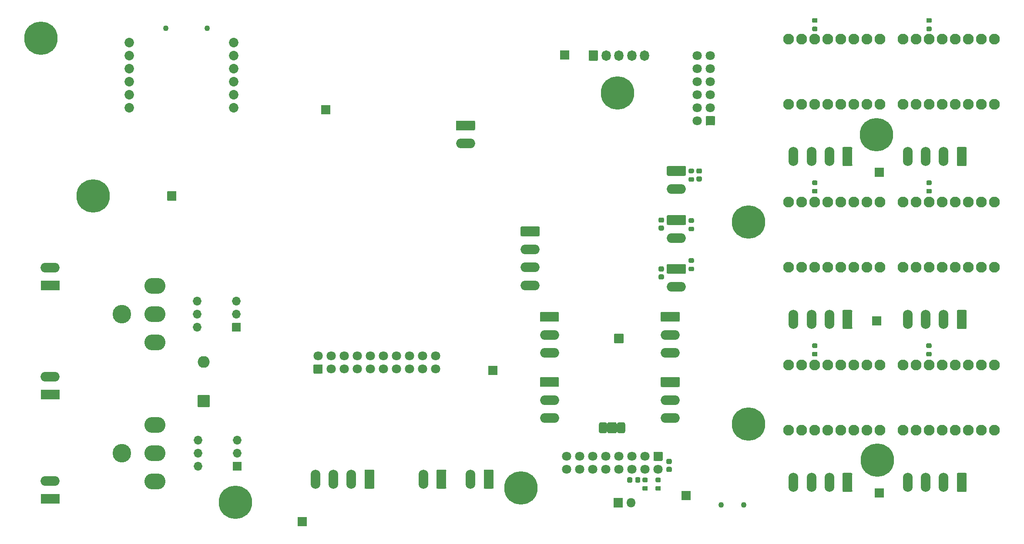
<source format=gbs>
G04 #@! TF.GenerationSoftware,KiCad,Pcbnew,(5.1.8)-1*
G04 #@! TF.CreationDate,2020-12-25T17:55:37+03:00*
G04 #@! TF.ProjectId,3d_print_main,33645f70-7269-46e7-945f-6d61696e2e6b,rev?*
G04 #@! TF.SameCoordinates,Original*
G04 #@! TF.FileFunction,Soldermask,Bot*
G04 #@! TF.FilePolarity,Negative*
%FSLAX46Y46*%
G04 Gerber Fmt 4.6, Leading zero omitted, Abs format (unit mm)*
G04 Created by KiCad (PCBNEW (5.1.8)-1) date 2020-12-25 17:55:37*
%MOMM*%
%LPD*%
G01*
G04 APERTURE LIST*
%ADD10C,6.502000*%
%ADD11C,0.902000*%
%ADD12O,2.302000X2.302000*%
%ADD13C,2.102000*%
%ADD14C,3.602000*%
%ADD15O,4.102000X3.102000*%
%ADD16O,1.902000X3.702000*%
%ADD17O,1.802000X1.802000*%
%ADD18C,1.102000*%
%ADD19C,1.852000*%
%ADD20O,1.702000X1.702000*%
%ADD21O,3.702000X1.902000*%
%ADD22C,1.802000*%
%ADD23O,1.802000X2.052000*%
%ADD24C,0.100000*%
G04 APERTURE END LIST*
D10*
X154813000Y-40894000D03*
D11*
X157213000Y-40894000D03*
X156510056Y-42591056D03*
X154813000Y-43294000D03*
X153115944Y-42591056D03*
X152413000Y-40894000D03*
X153115944Y-39196944D03*
X154813000Y-38494000D03*
X156510056Y-39196944D03*
D10*
X136017000Y-117856000D03*
D11*
X138417000Y-117856000D03*
X137714056Y-119553056D03*
X136017000Y-120256000D03*
X134319944Y-119553056D03*
X133617000Y-117856000D03*
X134319944Y-116158944D03*
X136017000Y-115456000D03*
X137714056Y-116158944D03*
G36*
G01*
X75395000Y-102116000D02*
X73195000Y-102116000D01*
G75*
G02*
X73144000Y-102065000I0J51000D01*
G01*
X73144000Y-99865000D01*
G75*
G02*
X73195000Y-99814000I51000J0D01*
G01*
X75395000Y-99814000D01*
G75*
G02*
X75446000Y-99865000I0J-51000D01*
G01*
X75446000Y-102065000D01*
G75*
G02*
X75395000Y-102116000I-51000J0D01*
G01*
G37*
D12*
X74295000Y-93345000D03*
G36*
G01*
X143625000Y-34378000D02*
X143625000Y-32678000D01*
G75*
G02*
X143676000Y-32627000I51000J0D01*
G01*
X145376000Y-32627000D01*
G75*
G02*
X145427000Y-32678000I0J-51000D01*
G01*
X145427000Y-34378000D01*
G75*
G02*
X145376000Y-34429000I-51000J0D01*
G01*
X143676000Y-34429000D01*
G75*
G02*
X143625000Y-34378000I0J51000D01*
G01*
G37*
D13*
X205895002Y-43160000D03*
X203355002Y-43160000D03*
X200815002Y-43160000D03*
X198275002Y-43160000D03*
X195735002Y-43160000D03*
X193195002Y-43160000D03*
X190655002Y-43160000D03*
X188115002Y-43160000D03*
X188115002Y-30460000D03*
X190655002Y-30460000D03*
X193195002Y-30460000D03*
X195735002Y-30460000D03*
X198275002Y-30460000D03*
X200815002Y-30460000D03*
X203355002Y-30460000D03*
X205895002Y-30460000D03*
X205895000Y-74910000D03*
X203355000Y-74910000D03*
X200815000Y-74910000D03*
X198275000Y-74910000D03*
X195735000Y-74910000D03*
X193195000Y-74910000D03*
X190655000Y-74910000D03*
X188115000Y-74910000D03*
X188115000Y-62210000D03*
X190655000Y-62210000D03*
X193195000Y-62210000D03*
X195735000Y-62210000D03*
X198275000Y-62210000D03*
X200815000Y-62210000D03*
X203355000Y-62210000D03*
X205895000Y-62210000D03*
X228120000Y-43160000D03*
X225580000Y-43160000D03*
X223040000Y-43160000D03*
X220500000Y-43160000D03*
X217960000Y-43160000D03*
X215420000Y-43160000D03*
X212880000Y-43160000D03*
X210340000Y-43160000D03*
X210340000Y-30460000D03*
X212880000Y-30460000D03*
X215420000Y-30460000D03*
X217960000Y-30460000D03*
X220500000Y-30460000D03*
X223040000Y-30460000D03*
X225580000Y-30460000D03*
X228120000Y-30460000D03*
X205895002Y-106660002D03*
X203355002Y-106660002D03*
X200815002Y-106660002D03*
X198275002Y-106660002D03*
X195735002Y-106660002D03*
X193195002Y-106660002D03*
X190655002Y-106660002D03*
X188115002Y-106660002D03*
X188115002Y-93960002D03*
X190655002Y-93960002D03*
X193195002Y-93960002D03*
X195735002Y-93960002D03*
X198275002Y-93960002D03*
X200815002Y-93960002D03*
X203355002Y-93960002D03*
X205895002Y-93960002D03*
X228119998Y-106660000D03*
X225579998Y-106660000D03*
X223039998Y-106660000D03*
X220499998Y-106660000D03*
X217959998Y-106660000D03*
X215419998Y-106660000D03*
X212879998Y-106660000D03*
X210339998Y-106660000D03*
X210339998Y-93960000D03*
X212879998Y-93960000D03*
X215419998Y-93960000D03*
X217959998Y-93960000D03*
X220499998Y-93960000D03*
X223039998Y-93960000D03*
X225579998Y-93960000D03*
X228119998Y-93960000D03*
X228120000Y-74910000D03*
X225580000Y-74910000D03*
X223040000Y-74910000D03*
X220500000Y-74910000D03*
X217960000Y-74910000D03*
X215420000Y-74910000D03*
X212880000Y-74910000D03*
X210340000Y-74910000D03*
X210340000Y-62210000D03*
X212880000Y-62210000D03*
X215420000Y-62210000D03*
X217960000Y-62210000D03*
X220500000Y-62210000D03*
X223040000Y-62210000D03*
X225580000Y-62210000D03*
X228120000Y-62210000D03*
G36*
G01*
X160475501Y-116783000D02*
X159874501Y-116783000D01*
G75*
G02*
X159649001Y-116557500I0J225500D01*
G01*
X159649001Y-116106500D01*
G75*
G02*
X159874501Y-115881000I225500J0D01*
G01*
X160475501Y-115881000D01*
G75*
G02*
X160701001Y-116106500I0J-225500D01*
G01*
X160701001Y-116557500D01*
G75*
G02*
X160475501Y-116783000I-225500J0D01*
G01*
G37*
G36*
G01*
X160475501Y-118433000D02*
X159874501Y-118433000D01*
G75*
G02*
X159649001Y-118207500I0J225500D01*
G01*
X159649001Y-117756500D01*
G75*
G02*
X159874501Y-117531000I225500J0D01*
G01*
X160475501Y-117531000D01*
G75*
G02*
X160701001Y-117756500I0J-225500D01*
G01*
X160701001Y-118207500D01*
G75*
G02*
X160475501Y-118433000I-225500J0D01*
G01*
G37*
G36*
G01*
X163015501Y-116783000D02*
X162414501Y-116783000D01*
G75*
G02*
X162189001Y-116557500I0J225500D01*
G01*
X162189001Y-116106500D01*
G75*
G02*
X162414501Y-115881000I225500J0D01*
G01*
X163015501Y-115881000D01*
G75*
G02*
X163241001Y-116106500I0J-225500D01*
G01*
X163241001Y-116557500D01*
G75*
G02*
X163015501Y-116783000I-225500J0D01*
G01*
G37*
G36*
G01*
X163015501Y-118433000D02*
X162414501Y-118433000D01*
G75*
G02*
X162189001Y-118207500I0J225500D01*
G01*
X162189001Y-117756500D01*
G75*
G02*
X162414501Y-117531000I225500J0D01*
G01*
X163015501Y-117531000D01*
G75*
G02*
X163241001Y-117756500I0J-225500D01*
G01*
X163241001Y-118207500D01*
G75*
G02*
X163015501Y-118433000I-225500J0D01*
G01*
G37*
G36*
G01*
X168863500Y-74769001D02*
X169464500Y-74769001D01*
G75*
G02*
X169690000Y-74994501I0J-225500D01*
G01*
X169690000Y-75445501D01*
G75*
G02*
X169464500Y-75671001I-225500J0D01*
G01*
X168863500Y-75671001D01*
G75*
G02*
X168638000Y-75445501I0J225500D01*
G01*
X168638000Y-74994501D01*
G75*
G02*
X168863500Y-74769001I225500J0D01*
G01*
G37*
G36*
G01*
X168863500Y-73119001D02*
X169464500Y-73119001D01*
G75*
G02*
X169690000Y-73344501I0J-225500D01*
G01*
X169690000Y-73795501D01*
G75*
G02*
X169464500Y-74021001I-225500J0D01*
G01*
X168863500Y-74021001D01*
G75*
G02*
X168638000Y-73795501I0J225500D01*
G01*
X168638000Y-73344501D01*
G75*
G02*
X168863500Y-73119001I225500J0D01*
G01*
G37*
G36*
G01*
X169464500Y-66237001D02*
X168863500Y-66237001D01*
G75*
G02*
X168638000Y-66011501I0J225500D01*
G01*
X168638000Y-65560501D01*
G75*
G02*
X168863500Y-65335001I225500J0D01*
G01*
X169464500Y-65335001D01*
G75*
G02*
X169690000Y-65560501I0J-225500D01*
G01*
X169690000Y-66011501D01*
G75*
G02*
X169464500Y-66237001I-225500J0D01*
G01*
G37*
G36*
G01*
X169464500Y-67887001D02*
X168863500Y-67887001D01*
G75*
G02*
X168638000Y-67661501I0J225500D01*
G01*
X168638000Y-67210501D01*
G75*
G02*
X168863500Y-66985001I225500J0D01*
G01*
X169464500Y-66985001D01*
G75*
G02*
X169690000Y-67210501I0J-225500D01*
G01*
X169690000Y-67661501D01*
G75*
G02*
X169464500Y-67887001I-225500J0D01*
G01*
G37*
G36*
G01*
X169464500Y-56565001D02*
X168863500Y-56565001D01*
G75*
G02*
X168638000Y-56339501I0J225500D01*
G01*
X168638000Y-55888501D01*
G75*
G02*
X168863500Y-55663001I225500J0D01*
G01*
X169464500Y-55663001D01*
G75*
G02*
X169690000Y-55888501I0J-225500D01*
G01*
X169690000Y-56339501D01*
G75*
G02*
X169464500Y-56565001I-225500J0D01*
G01*
G37*
G36*
G01*
X169464500Y-58215001D02*
X168863500Y-58215001D01*
G75*
G02*
X168638000Y-57989501I0J225500D01*
G01*
X168638000Y-57538501D01*
G75*
G02*
X168863500Y-57313001I225500J0D01*
G01*
X169464500Y-57313001D01*
G75*
G02*
X169690000Y-57538501I0J-225500D01*
G01*
X169690000Y-57989501D01*
G75*
G02*
X169464500Y-58215001I-225500J0D01*
G01*
G37*
G36*
G01*
X192894502Y-91369000D02*
X193495502Y-91369000D01*
G75*
G02*
X193721002Y-91594500I0J-225500D01*
G01*
X193721002Y-92045500D01*
G75*
G02*
X193495502Y-92271000I-225500J0D01*
G01*
X192894502Y-92271000D01*
G75*
G02*
X192669002Y-92045500I0J225500D01*
G01*
X192669002Y-91594500D01*
G75*
G02*
X192894502Y-91369000I225500J0D01*
G01*
G37*
G36*
G01*
X192894502Y-89719000D02*
X193495502Y-89719000D01*
G75*
G02*
X193721002Y-89944500I0J-225500D01*
G01*
X193721002Y-90395500D01*
G75*
G02*
X193495502Y-90621000I-225500J0D01*
G01*
X192894502Y-90621000D01*
G75*
G02*
X192669002Y-90395500I0J225500D01*
G01*
X192669002Y-89944500D01*
G75*
G02*
X192894502Y-89719000I225500J0D01*
G01*
G37*
G36*
G01*
X192894500Y-59619000D02*
X193495500Y-59619000D01*
G75*
G02*
X193721000Y-59844500I0J-225500D01*
G01*
X193721000Y-60295500D01*
G75*
G02*
X193495500Y-60521000I-225500J0D01*
G01*
X192894500Y-60521000D01*
G75*
G02*
X192669000Y-60295500I0J225500D01*
G01*
X192669000Y-59844500D01*
G75*
G02*
X192894500Y-59619000I225500J0D01*
G01*
G37*
G36*
G01*
X192894500Y-57969000D02*
X193495500Y-57969000D01*
G75*
G02*
X193721000Y-58194500I0J-225500D01*
G01*
X193721000Y-58645500D01*
G75*
G02*
X193495500Y-58871000I-225500J0D01*
G01*
X192894500Y-58871000D01*
G75*
G02*
X192669000Y-58645500I0J225500D01*
G01*
X192669000Y-58194500D01*
G75*
G02*
X192894500Y-57969000I225500J0D01*
G01*
G37*
G36*
G01*
X215119500Y-59619000D02*
X215720500Y-59619000D01*
G75*
G02*
X215946000Y-59844500I0J-225500D01*
G01*
X215946000Y-60295500D01*
G75*
G02*
X215720500Y-60521000I-225500J0D01*
G01*
X215119500Y-60521000D01*
G75*
G02*
X214894000Y-60295500I0J225500D01*
G01*
X214894000Y-59844500D01*
G75*
G02*
X215119500Y-59619000I225500J0D01*
G01*
G37*
G36*
G01*
X215119500Y-57969000D02*
X215720500Y-57969000D01*
G75*
G02*
X215946000Y-58194500I0J-225500D01*
G01*
X215946000Y-58645500D01*
G75*
G02*
X215720500Y-58871000I-225500J0D01*
G01*
X215119500Y-58871000D01*
G75*
G02*
X214894000Y-58645500I0J225500D01*
G01*
X214894000Y-58194500D01*
G75*
G02*
X215119500Y-57969000I225500J0D01*
G01*
G37*
G36*
G01*
X215091500Y-91369000D02*
X215692500Y-91369000D01*
G75*
G02*
X215918000Y-91594500I0J-225500D01*
G01*
X215918000Y-92045500D01*
G75*
G02*
X215692500Y-92271000I-225500J0D01*
G01*
X215091500Y-92271000D01*
G75*
G02*
X214866000Y-92045500I0J225500D01*
G01*
X214866000Y-91594500D01*
G75*
G02*
X215091500Y-91369000I225500J0D01*
G01*
G37*
G36*
G01*
X215091500Y-89719000D02*
X215692500Y-89719000D01*
G75*
G02*
X215918000Y-89944500I0J-225500D01*
G01*
X215918000Y-90395500D01*
G75*
G02*
X215692500Y-90621000I-225500J0D01*
G01*
X215091500Y-90621000D01*
G75*
G02*
X214866000Y-90395500I0J225500D01*
G01*
X214866000Y-89944500D01*
G75*
G02*
X215091500Y-89719000I225500J0D01*
G01*
G37*
G36*
G01*
X192894502Y-27997000D02*
X193495502Y-27997000D01*
G75*
G02*
X193721002Y-28222500I0J-225500D01*
G01*
X193721002Y-28673500D01*
G75*
G02*
X193495502Y-28899000I-225500J0D01*
G01*
X192894502Y-28899000D01*
G75*
G02*
X192669002Y-28673500I0J225500D01*
G01*
X192669002Y-28222500D01*
G75*
G02*
X192894502Y-27997000I225500J0D01*
G01*
G37*
G36*
G01*
X192894502Y-26347000D02*
X193495502Y-26347000D01*
G75*
G02*
X193721002Y-26572500I0J-225500D01*
G01*
X193721002Y-27023500D01*
G75*
G02*
X193495502Y-27249000I-225500J0D01*
G01*
X192894502Y-27249000D01*
G75*
G02*
X192669002Y-27023500I0J225500D01*
G01*
X192669002Y-26572500D01*
G75*
G02*
X192894502Y-26347000I225500J0D01*
G01*
G37*
G36*
G01*
X215119500Y-27997000D02*
X215720500Y-27997000D01*
G75*
G02*
X215946000Y-28222500I0J-225500D01*
G01*
X215946000Y-28673500D01*
G75*
G02*
X215720500Y-28899000I-225500J0D01*
G01*
X215119500Y-28899000D01*
G75*
G02*
X214894000Y-28673500I0J225500D01*
G01*
X214894000Y-28222500D01*
G75*
G02*
X215119500Y-27997000I225500J0D01*
G01*
G37*
G36*
G01*
X215119500Y-26347000D02*
X215720500Y-26347000D01*
G75*
G02*
X215946000Y-26572500I0J-225500D01*
G01*
X215946000Y-27023500D01*
G75*
G02*
X215720500Y-27249000I-225500J0D01*
G01*
X215119500Y-27249000D01*
G75*
G02*
X214894000Y-27023500I0J225500D01*
G01*
X214894000Y-26572500D01*
G75*
G02*
X215119500Y-26347000I225500J0D01*
G01*
G37*
D14*
X58420000Y-111105000D03*
D15*
X64820000Y-116605000D03*
X64820000Y-105605000D03*
X64820000Y-111105000D03*
D14*
X58398000Y-84054000D03*
D15*
X64798000Y-89554000D03*
X64798000Y-78554000D03*
X64798000Y-84054000D03*
D10*
X180340000Y-66040000D03*
D11*
X182740000Y-66040000D03*
X182037056Y-67737056D03*
X180340000Y-68440000D03*
X178642944Y-67737056D03*
X177940000Y-66040000D03*
X178642944Y-64342944D03*
X180340000Y-63640000D03*
X182037056Y-64342944D03*
D10*
X180340000Y-105410000D03*
D11*
X182740000Y-105410000D03*
X182037056Y-107107056D03*
X180340000Y-107810000D03*
X178642944Y-107107056D03*
X177940000Y-105410000D03*
X178642944Y-103712944D03*
X180340000Y-103010000D03*
X182037056Y-103712944D03*
D10*
X205232000Y-49022000D03*
D11*
X207632000Y-49022000D03*
X206929056Y-50719056D03*
X205232000Y-51422000D03*
X203534944Y-50719056D03*
X202832000Y-49022000D03*
X203534944Y-47324944D03*
X205232000Y-46622000D03*
X206929056Y-47324944D03*
D10*
X205381674Y-112442696D03*
D11*
X207781674Y-112442696D03*
X207078730Y-114139752D03*
X205381674Y-114842696D03*
X203684618Y-114139752D03*
X202981674Y-112442696D03*
X203684618Y-110745640D03*
X205381674Y-110042696D03*
X207078730Y-110745640D03*
D10*
X52832000Y-60960000D03*
D11*
X55232000Y-60960000D03*
X54529056Y-62657056D03*
X52832000Y-63360000D03*
X51134944Y-62657056D03*
X50432000Y-60960000D03*
X51134944Y-59262944D03*
X52832000Y-58560000D03*
X54529056Y-59262944D03*
D10*
X80518000Y-120650000D03*
D11*
X82918000Y-120650000D03*
X82215056Y-122347056D03*
X80518000Y-123050000D03*
X78820944Y-122347056D03*
X78118000Y-120650000D03*
X78820944Y-118952944D03*
X80518000Y-118250000D03*
X82215056Y-118952944D03*
D10*
X42672000Y-30226000D03*
D11*
X45072000Y-30226000D03*
X44369056Y-31923056D03*
X42672000Y-32626000D03*
X40974944Y-31923056D03*
X40272000Y-30226000D03*
X40974944Y-28528944D03*
X42672000Y-27826000D03*
X44369056Y-28528944D03*
G36*
G01*
X130689000Y-114598166D02*
X130689000Y-117771834D01*
G75*
G02*
X130424834Y-118036000I-264166J0D01*
G01*
X129051166Y-118036000D01*
G75*
G02*
X128787000Y-117771834I0J264166D01*
G01*
X128787000Y-114598166D01*
G75*
G02*
X129051166Y-114334000I264166J0D01*
G01*
X130424834Y-114334000D01*
G75*
G02*
X130689000Y-114598166I0J-264166D01*
G01*
G37*
D16*
X126238000Y-116185000D03*
D17*
X157480000Y-120777000D03*
G36*
G01*
X155790000Y-121678000D02*
X154090000Y-121678000D01*
G75*
G02*
X154039000Y-121627000I0J51000D01*
G01*
X154039000Y-119927000D01*
G75*
G02*
X154090000Y-119876000I51000J0D01*
G01*
X155790000Y-119876000D01*
G75*
G02*
X155841000Y-119927000I0J-51000D01*
G01*
X155841000Y-121627000D01*
G75*
G02*
X155790000Y-121678000I-51000J0D01*
G01*
G37*
G36*
G01*
X157700999Y-116056500D02*
X157700999Y-116607500D01*
G75*
G02*
X157450499Y-116858000I-250500J0D01*
G01*
X156949499Y-116858000D01*
G75*
G02*
X156698999Y-116607500I0J250500D01*
G01*
X156698999Y-116056500D01*
G75*
G02*
X156949499Y-115806000I250500J0D01*
G01*
X157450499Y-115806000D01*
G75*
G02*
X157700999Y-116056500I0J-250500D01*
G01*
G37*
G36*
G01*
X159250999Y-116056500D02*
X159250999Y-116607500D01*
G75*
G02*
X159000499Y-116858000I-250500J0D01*
G01*
X158499499Y-116858000D01*
G75*
G02*
X158248999Y-116607500I0J250500D01*
G01*
X158248999Y-116056500D01*
G75*
G02*
X158499499Y-115806000I250500J0D01*
G01*
X159000499Y-115806000D01*
G75*
G02*
X159250999Y-116056500I0J-250500D01*
G01*
G37*
G36*
G01*
X165121500Y-113231000D02*
X164570500Y-113231000D01*
G75*
G02*
X164320000Y-112980500I0J250500D01*
G01*
X164320000Y-112479500D01*
G75*
G02*
X164570500Y-112229000I250500J0D01*
G01*
X165121500Y-112229000D01*
G75*
G02*
X165372000Y-112479500I0J-250500D01*
G01*
X165372000Y-112980500D01*
G75*
G02*
X165121500Y-113231000I-250500J0D01*
G01*
G37*
G36*
G01*
X165121500Y-114781000D02*
X164570500Y-114781000D01*
G75*
G02*
X164320000Y-114530500I0J250500D01*
G01*
X164320000Y-114029500D01*
G75*
G02*
X164570500Y-113779000I250500J0D01*
G01*
X165121500Y-113779000D01*
G75*
G02*
X165372000Y-114029500I0J-250500D01*
G01*
X165372000Y-114530500D01*
G75*
G02*
X165121500Y-114781000I-250500J0D01*
G01*
G37*
G36*
G01*
X163046500Y-76269002D02*
X163597500Y-76269002D01*
G75*
G02*
X163848000Y-76519502I0J-250500D01*
G01*
X163848000Y-77020502D01*
G75*
G02*
X163597500Y-77271002I-250500J0D01*
G01*
X163046500Y-77271002D01*
G75*
G02*
X162796000Y-77020502I0J250500D01*
G01*
X162796000Y-76519502D01*
G75*
G02*
X163046500Y-76269002I250500J0D01*
G01*
G37*
G36*
G01*
X163046500Y-74719002D02*
X163597500Y-74719002D01*
G75*
G02*
X163848000Y-74969502I0J-250500D01*
G01*
X163848000Y-75470502D01*
G75*
G02*
X163597500Y-75721002I-250500J0D01*
G01*
X163046500Y-75721002D01*
G75*
G02*
X162796000Y-75470502I0J250500D01*
G01*
X162796000Y-74969502D01*
G75*
G02*
X163046500Y-74719002I250500J0D01*
G01*
G37*
G36*
G01*
X163046500Y-66743999D02*
X163597500Y-66743999D01*
G75*
G02*
X163848000Y-66994499I0J-250500D01*
G01*
X163848000Y-67495499D01*
G75*
G02*
X163597500Y-67745999I-250500J0D01*
G01*
X163046500Y-67745999D01*
G75*
G02*
X162796000Y-67495499I0J250500D01*
G01*
X162796000Y-66994499D01*
G75*
G02*
X163046500Y-66743999I250500J0D01*
G01*
G37*
G36*
G01*
X163046500Y-65193999D02*
X163597500Y-65193999D01*
G75*
G02*
X163848000Y-65444499I0J-250500D01*
G01*
X163848000Y-65945499D01*
G75*
G02*
X163597500Y-66195999I-250500J0D01*
G01*
X163046500Y-66195999D01*
G75*
G02*
X162796000Y-65945499I0J250500D01*
G01*
X162796000Y-65444499D01*
G75*
G02*
X163046500Y-65193999I250500J0D01*
G01*
G37*
G36*
G01*
X170412500Y-57170000D02*
X170963500Y-57170000D01*
G75*
G02*
X171214000Y-57420500I0J-250500D01*
G01*
X171214000Y-57921500D01*
G75*
G02*
X170963500Y-58172000I-250500J0D01*
G01*
X170412500Y-58172000D01*
G75*
G02*
X170162000Y-57921500I0J250500D01*
G01*
X170162000Y-57420500D01*
G75*
G02*
X170412500Y-57170000I250500J0D01*
G01*
G37*
G36*
G01*
X170412500Y-55620000D02*
X170963500Y-55620000D01*
G75*
G02*
X171214000Y-55870500I0J-250500D01*
G01*
X171214000Y-56371500D01*
G75*
G02*
X170963500Y-56622000I-250500J0D01*
G01*
X170412500Y-56622000D01*
G75*
G02*
X170162000Y-56371500I0J250500D01*
G01*
X170162000Y-55870500D01*
G75*
G02*
X170412500Y-55620000I250500J0D01*
G01*
G37*
G36*
G01*
X152782833Y-105530027D02*
X152782833Y-106831027D01*
G75*
G02*
X152382333Y-107231527I-400500J0D01*
G01*
X151581333Y-107231527D01*
G75*
G02*
X151180833Y-106831027I0J400500D01*
G01*
X151180833Y-105530027D01*
G75*
G02*
X151581333Y-105129527I400500J0D01*
G01*
X152382333Y-105129527D01*
G75*
G02*
X152782833Y-105530027I0J-400500D01*
G01*
G37*
G36*
G01*
X156338833Y-105530027D02*
X156338833Y-106831027D01*
G75*
G02*
X155938333Y-107231527I-400500J0D01*
G01*
X155137333Y-107231527D01*
G75*
G02*
X154736833Y-106831027I0J400500D01*
G01*
X154736833Y-105530027D01*
G75*
G02*
X155137333Y-105129527I400500J0D01*
G01*
X155938333Y-105129527D01*
G75*
G02*
X156338833Y-105530027I0J-400500D01*
G01*
G37*
G36*
G01*
X154560833Y-105180527D02*
X154560833Y-107180527D01*
G75*
G02*
X154509833Y-107231527I-51000J0D01*
G01*
X153009833Y-107231527D01*
G75*
G02*
X152958833Y-107180527I0J51000D01*
G01*
X152958833Y-105180527D01*
G75*
G02*
X153009833Y-105129527I51000J0D01*
G01*
X154509833Y-105129527D01*
G75*
G02*
X154560833Y-105180527I0J-51000D01*
G01*
G37*
D18*
X66962000Y-28300000D03*
X74962000Y-28300000D03*
D19*
X80165000Y-31095000D03*
X80165000Y-33635000D03*
X80165000Y-36175000D03*
X80165000Y-38715000D03*
X80165000Y-41255000D03*
X80165000Y-43795000D03*
X59845000Y-43795000D03*
X59845000Y-41255000D03*
X59845000Y-38715000D03*
X59845000Y-36175000D03*
X59845000Y-33635000D03*
X59845000Y-31095000D03*
G36*
G01*
X204839000Y-57238000D02*
X204839000Y-55538000D01*
G75*
G02*
X204890000Y-55487000I51000J0D01*
G01*
X206590000Y-55487000D01*
G75*
G02*
X206641000Y-55538000I0J-51000D01*
G01*
X206641000Y-57238000D01*
G75*
G02*
X206590000Y-57289000I-51000J0D01*
G01*
X204890000Y-57289000D01*
G75*
G02*
X204839000Y-57238000I0J51000D01*
G01*
G37*
G36*
G01*
X204331000Y-86194000D02*
X204331000Y-84494000D01*
G75*
G02*
X204382000Y-84443000I51000J0D01*
G01*
X206082000Y-84443000D01*
G75*
G02*
X206133000Y-84494000I0J-51000D01*
G01*
X206133000Y-86194000D01*
G75*
G02*
X206082000Y-86245000I-51000J0D01*
G01*
X204382000Y-86245000D01*
G75*
G02*
X204331000Y-86194000I0J51000D01*
G01*
G37*
G36*
G01*
X204839000Y-119722000D02*
X204839000Y-118022000D01*
G75*
G02*
X204890000Y-117971000I51000J0D01*
G01*
X206590000Y-117971000D01*
G75*
G02*
X206641000Y-118022000I0J-51000D01*
G01*
X206641000Y-119722000D01*
G75*
G02*
X206590000Y-119773000I-51000J0D01*
G01*
X204890000Y-119773000D01*
G75*
G02*
X204839000Y-119722000I0J51000D01*
G01*
G37*
G36*
G01*
X67204396Y-61845595D02*
X67204396Y-60145595D01*
G75*
G02*
X67255396Y-60094595I51000J0D01*
G01*
X68955396Y-60094595D01*
G75*
G02*
X69006396Y-60145595I0J-51000D01*
G01*
X69006396Y-61845595D01*
G75*
G02*
X68955396Y-61896595I-51000J0D01*
G01*
X67255396Y-61896595D01*
G75*
G02*
X67204396Y-61845595I0J51000D01*
G01*
G37*
G36*
G01*
X92571000Y-125310000D02*
X92571000Y-123610000D01*
G75*
G02*
X92622000Y-123559000I51000J0D01*
G01*
X94322000Y-123559000D01*
G75*
G02*
X94373000Y-123610000I0J-51000D01*
G01*
X94373000Y-125310000D01*
G75*
G02*
X94322000Y-125361000I-51000J0D01*
G01*
X92622000Y-125361000D01*
G75*
G02*
X92571000Y-125310000I0J51000D01*
G01*
G37*
G36*
G01*
X97143000Y-45046000D02*
X97143000Y-43346000D01*
G75*
G02*
X97194000Y-43295000I51000J0D01*
G01*
X98894000Y-43295000D01*
G75*
G02*
X98945000Y-43346000I0J-51000D01*
G01*
X98945000Y-45046000D01*
G75*
G02*
X98894000Y-45097000I-51000J0D01*
G01*
X97194000Y-45097000D01*
G75*
G02*
X97143000Y-45046000I0J51000D01*
G01*
G37*
G36*
G01*
X129655000Y-95846000D02*
X129655000Y-94146000D01*
G75*
G02*
X129706000Y-94095000I51000J0D01*
G01*
X131406000Y-94095000D01*
G75*
G02*
X131457000Y-94146000I0J-51000D01*
G01*
X131457000Y-95846000D01*
G75*
G02*
X131406000Y-95897000I-51000J0D01*
G01*
X129706000Y-95897000D01*
G75*
G02*
X129655000Y-95846000I0J51000D01*
G01*
G37*
G36*
G01*
X167247000Y-120230000D02*
X167247000Y-118530000D01*
G75*
G02*
X167298000Y-118479000I51000J0D01*
G01*
X168998000Y-118479000D01*
G75*
G02*
X169049000Y-118530000I0J-51000D01*
G01*
X169049000Y-120230000D01*
G75*
G02*
X168998000Y-120281000I-51000J0D01*
G01*
X167298000Y-120281000D01*
G75*
G02*
X167247000Y-120230000I0J51000D01*
G01*
G37*
G36*
G01*
X154166000Y-89623000D02*
X154166000Y-87923000D01*
G75*
G02*
X154217000Y-87872000I51000J0D01*
G01*
X155917000Y-87872000D01*
G75*
G02*
X155968000Y-87923000I0J-51000D01*
G01*
X155968000Y-89623000D01*
G75*
G02*
X155917000Y-89674000I-51000J0D01*
G01*
X154217000Y-89674000D01*
G75*
G02*
X154166000Y-89623000I0J51000D01*
G01*
G37*
G36*
G01*
X107491000Y-114598166D02*
X107491000Y-117771834D01*
G75*
G02*
X107226834Y-118036000I-264166J0D01*
G01*
X105853166Y-118036000D01*
G75*
G02*
X105589000Y-117771834I0J264166D01*
G01*
X105589000Y-114598166D01*
G75*
G02*
X105853166Y-114334000I264166J0D01*
G01*
X107226834Y-114334000D01*
G75*
G02*
X107491000Y-114598166I0J-264166D01*
G01*
G37*
D16*
X103040000Y-116185000D03*
X99540000Y-116185000D03*
X96040000Y-116185000D03*
D20*
X73180000Y-113645000D03*
X80800000Y-108565000D03*
X73180000Y-111105000D03*
X80800000Y-111105000D03*
X73180000Y-108565000D03*
G36*
G01*
X81651000Y-112845000D02*
X81651000Y-114445000D01*
G75*
G02*
X81600000Y-114496000I-51000J0D01*
G01*
X80000000Y-114496000D01*
G75*
G02*
X79949000Y-114445000I0J51000D01*
G01*
X79949000Y-112845000D01*
G75*
G02*
X80000000Y-112794000I51000J0D01*
G01*
X81600000Y-112794000D01*
G75*
G02*
X81651000Y-112845000I0J-51000D01*
G01*
G37*
G36*
G01*
X46036834Y-120966000D02*
X42863166Y-120966000D01*
G75*
G02*
X42599000Y-120701834I0J264166D01*
G01*
X42599000Y-119328166D01*
G75*
G02*
X42863166Y-119064000I264166J0D01*
G01*
X46036834Y-119064000D01*
G75*
G02*
X46301000Y-119328166I0J-264166D01*
G01*
X46301000Y-120701834D01*
G75*
G02*
X46036834Y-120966000I-264166J0D01*
G01*
G37*
D21*
X44450000Y-116515000D03*
G36*
G01*
X222720998Y-51733168D02*
X222720998Y-54906836D01*
G75*
G02*
X222456832Y-55171002I-264166J0D01*
G01*
X221083164Y-55171002D01*
G75*
G02*
X220818998Y-54906836I0J264166D01*
G01*
X220818998Y-51733168D01*
G75*
G02*
X221083164Y-51469002I264166J0D01*
G01*
X222456832Y-51469002D01*
G75*
G02*
X222720998Y-51733168I0J-264166D01*
G01*
G37*
D16*
X218269998Y-53320002D03*
X214769998Y-53320002D03*
X211269998Y-53320002D03*
G36*
G01*
X200496001Y-115233168D02*
X200496001Y-118406836D01*
G75*
G02*
X200231835Y-118671002I-264166J0D01*
G01*
X198858167Y-118671002D01*
G75*
G02*
X198594001Y-118406836I0J264166D01*
G01*
X198594001Y-115233168D01*
G75*
G02*
X198858167Y-114969002I264166J0D01*
G01*
X200231835Y-114969002D01*
G75*
G02*
X200496001Y-115233168I0J-264166D01*
G01*
G37*
X196045001Y-116820002D03*
X192545001Y-116820002D03*
X189045001Y-116820002D03*
G36*
G01*
X222720998Y-115233166D02*
X222720998Y-118406834D01*
G75*
G02*
X222456832Y-118671000I-264166J0D01*
G01*
X221083164Y-118671000D01*
G75*
G02*
X220818998Y-118406834I0J264166D01*
G01*
X220818998Y-115233166D01*
G75*
G02*
X221083164Y-114969000I264166J0D01*
G01*
X222456832Y-114969000D01*
G75*
G02*
X222720998Y-115233166I0J-264166D01*
G01*
G37*
X218269998Y-116820000D03*
X214769998Y-116820000D03*
X211269998Y-116820000D03*
G36*
G01*
X200496000Y-83483167D02*
X200496000Y-86656835D01*
G75*
G02*
X200231834Y-86921001I-264166J0D01*
G01*
X198858166Y-86921001D01*
G75*
G02*
X198594000Y-86656835I0J264166D01*
G01*
X198594000Y-83483167D01*
G75*
G02*
X198858166Y-83219001I264166J0D01*
G01*
X200231834Y-83219001D01*
G75*
G02*
X200496000Y-83483167I0J-264166D01*
G01*
G37*
X196045000Y-85070001D03*
X192545000Y-85070001D03*
X189045000Y-85070001D03*
G36*
G01*
X200496000Y-51733166D02*
X200496000Y-54906834D01*
G75*
G02*
X200231834Y-55171000I-264166J0D01*
G01*
X198858166Y-55171000D01*
G75*
G02*
X198594000Y-54906834I0J264166D01*
G01*
X198594000Y-51733166D01*
G75*
G02*
X198858166Y-51469000I264166J0D01*
G01*
X200231834Y-51469000D01*
G75*
G02*
X200496000Y-51733166I0J-264166D01*
G01*
G37*
X196045000Y-53320000D03*
X192545000Y-53320000D03*
X189045000Y-53320000D03*
G36*
G01*
X222720999Y-83483164D02*
X222720999Y-86656832D01*
G75*
G02*
X222456833Y-86920998I-264166J0D01*
G01*
X221083165Y-86920998D01*
G75*
G02*
X220818999Y-86656832I0J264166D01*
G01*
X220818999Y-83483164D01*
G75*
G02*
X221083165Y-83218998I264166J0D01*
G01*
X222456833Y-83218998D01*
G75*
G02*
X222720999Y-83483164I0J-264166D01*
G01*
G37*
X218269999Y-85069998D03*
X214769999Y-85069998D03*
X211269999Y-85069998D03*
G36*
G01*
X136236165Y-66959003D02*
X139409833Y-66959003D01*
G75*
G02*
X139673999Y-67223169I0J-264166D01*
G01*
X139673999Y-68596837D01*
G75*
G02*
X139409833Y-68861003I-264166J0D01*
G01*
X136236165Y-68861003D01*
G75*
G02*
X135971999Y-68596837I0J264166D01*
G01*
X135971999Y-67223169D01*
G75*
G02*
X136236165Y-66959003I264166J0D01*
G01*
G37*
D21*
X137822999Y-71410003D03*
X137822999Y-74910003D03*
X137822999Y-78410003D03*
G36*
G01*
X139982666Y-96296002D02*
X143156334Y-96296002D01*
G75*
G02*
X143420500Y-96560168I0J-264166D01*
G01*
X143420500Y-97933836D01*
G75*
G02*
X143156334Y-98198002I-264166J0D01*
G01*
X139982666Y-98198002D01*
G75*
G02*
X139718500Y-97933836I0J264166D01*
G01*
X139718500Y-96560168D01*
G75*
G02*
X139982666Y-96296002I264166J0D01*
G01*
G37*
X141569500Y-100747002D03*
X141569500Y-104247002D03*
G36*
G01*
X139982663Y-83595998D02*
X143156331Y-83595998D01*
G75*
G02*
X143420497Y-83860164I0J-264166D01*
G01*
X143420497Y-85233832D01*
G75*
G02*
X143156331Y-85497998I-264166J0D01*
G01*
X139982663Y-85497998D01*
G75*
G02*
X139718497Y-85233832I0J264166D01*
G01*
X139718497Y-83860164D01*
G75*
G02*
X139982663Y-83595998I264166J0D01*
G01*
G37*
X141569497Y-88046998D03*
X141569497Y-91546998D03*
G36*
G01*
X163477666Y-96311001D02*
X166651334Y-96311001D01*
G75*
G02*
X166915500Y-96575167I0J-264166D01*
G01*
X166915500Y-97948835D01*
G75*
G02*
X166651334Y-98213001I-264166J0D01*
G01*
X163477666Y-98213001D01*
G75*
G02*
X163213500Y-97948835I0J264166D01*
G01*
X163213500Y-96575167D01*
G75*
G02*
X163477666Y-96311001I264166J0D01*
G01*
G37*
X165064500Y-100762001D03*
X165064500Y-104262001D03*
G36*
G01*
X163477666Y-83596000D02*
X166651334Y-83596000D01*
G75*
G02*
X166915500Y-83860166I0J-264166D01*
G01*
X166915500Y-85233834D01*
G75*
G02*
X166651334Y-85498000I-264166J0D01*
G01*
X163477666Y-85498000D01*
G75*
G02*
X163213500Y-85233834I0J264166D01*
G01*
X163213500Y-83860166D01*
G75*
G02*
X163477666Y-83596000I264166J0D01*
G01*
G37*
X165064500Y-88047000D03*
X165064500Y-91547000D03*
G36*
G01*
X46036834Y-79381000D02*
X42863166Y-79381000D01*
G75*
G02*
X42599000Y-79116834I0J264166D01*
G01*
X42599000Y-77743166D01*
G75*
G02*
X42863166Y-77479000I264166J0D01*
G01*
X46036834Y-77479000D01*
G75*
G02*
X46301000Y-77743166I0J-264166D01*
G01*
X46301000Y-79116834D01*
G75*
G02*
X46036834Y-79381000I-264166J0D01*
G01*
G37*
X44450000Y-74930000D03*
G36*
G01*
X164674164Y-74269001D02*
X167847832Y-74269001D01*
G75*
G02*
X168111998Y-74533167I0J-264166D01*
G01*
X168111998Y-75906835D01*
G75*
G02*
X167847832Y-76171001I-264166J0D01*
G01*
X164674164Y-76171001D01*
G75*
G02*
X164409998Y-75906835I0J264166D01*
G01*
X164409998Y-74533167D01*
G75*
G02*
X164674164Y-74269001I264166J0D01*
G01*
G37*
X166260998Y-78720001D03*
G36*
G01*
X164674167Y-64743999D02*
X167847835Y-64743999D01*
G75*
G02*
X168112001Y-65008165I0J-264166D01*
G01*
X168112001Y-66381833D01*
G75*
G02*
X167847835Y-66645999I-264166J0D01*
G01*
X164674167Y-66645999D01*
G75*
G02*
X164410001Y-66381833I0J264166D01*
G01*
X164410001Y-65008165D01*
G75*
G02*
X164674167Y-64743999I264166J0D01*
G01*
G37*
X166261001Y-69194999D03*
G36*
G01*
X46036834Y-100646000D02*
X42863166Y-100646000D01*
G75*
G02*
X42599000Y-100381834I0J264166D01*
G01*
X42599000Y-99008166D01*
G75*
G02*
X42863166Y-98744000I264166J0D01*
G01*
X46036834Y-98744000D01*
G75*
G02*
X46301000Y-99008166I0J-264166D01*
G01*
X46301000Y-100381834D01*
G75*
G02*
X46036834Y-100646000I-264166J0D01*
G01*
G37*
X44450000Y-96195000D03*
G36*
G01*
X121502000Y-114598166D02*
X121502000Y-117771834D01*
G75*
G02*
X121237834Y-118036000I-264166J0D01*
G01*
X119864166Y-118036000D01*
G75*
G02*
X119600000Y-117771834I0J264166D01*
G01*
X119600000Y-114598166D01*
G75*
G02*
X119864166Y-114334000I264166J0D01*
G01*
X121237834Y-114334000D01*
G75*
G02*
X121502000Y-114598166I0J-264166D01*
G01*
G37*
D16*
X117051000Y-116185000D03*
G36*
G01*
X123663166Y-46329002D02*
X126836834Y-46329002D01*
G75*
G02*
X127101000Y-46593168I0J-264166D01*
G01*
X127101000Y-47966836D01*
G75*
G02*
X126836834Y-48231002I-264166J0D01*
G01*
X123663166Y-48231002D01*
G75*
G02*
X123399000Y-47966836I0J264166D01*
G01*
X123399000Y-46593168D01*
G75*
G02*
X123663166Y-46329002I264166J0D01*
G01*
G37*
D21*
X125250000Y-50780002D03*
G36*
G01*
X164684167Y-55163001D02*
X167857835Y-55163001D01*
G75*
G02*
X168122001Y-55427167I0J-264166D01*
G01*
X168122001Y-56800835D01*
G75*
G02*
X167857835Y-57065001I-264166J0D01*
G01*
X164684167Y-57065001D01*
G75*
G02*
X164420001Y-56800835I0J264166D01*
G01*
X164420001Y-55427167D01*
G75*
G02*
X164684167Y-55163001I264166J0D01*
G01*
G37*
X166271001Y-59614001D03*
D18*
X179393000Y-121171000D03*
X174993000Y-121171000D03*
D22*
X119408000Y-92182000D03*
X116868000Y-92182000D03*
X114328000Y-92182000D03*
X111788000Y-92182000D03*
X109248000Y-92182000D03*
X106708000Y-92182000D03*
X104168000Y-92182000D03*
X101628000Y-92182000D03*
X99088000Y-92182000D03*
X96548000Y-92182000D03*
X119408000Y-94722000D03*
X116868000Y-94722000D03*
X114328000Y-94722000D03*
X111788000Y-94722000D03*
X109248000Y-94722000D03*
X106708000Y-94722000D03*
X104168000Y-94722000D03*
X101628000Y-94722000D03*
X99088000Y-94722000D03*
G36*
G01*
X97184000Y-95623000D02*
X95912000Y-95623000D01*
G75*
G02*
X95647000Y-95358000I0J265000D01*
G01*
X95647000Y-94086000D01*
G75*
G02*
X95912000Y-93821000I265000J0D01*
G01*
X97184000Y-93821000D01*
G75*
G02*
X97449000Y-94086000I0J-265000D01*
G01*
X97449000Y-95358000D01*
G75*
G02*
X97184000Y-95623000I-265000J0D01*
G01*
G37*
D20*
X73053000Y-86594000D03*
X80673000Y-81514000D03*
X73053000Y-84054000D03*
X80673000Y-84054000D03*
X73053000Y-81514000D03*
G36*
G01*
X81524000Y-85794000D02*
X81524000Y-87394000D01*
G75*
G02*
X81473000Y-87445000I-51000J0D01*
G01*
X79873000Y-87445000D01*
G75*
G02*
X79822000Y-87394000I0J51000D01*
G01*
X79822000Y-85794000D01*
G75*
G02*
X79873000Y-85743000I51000J0D01*
G01*
X81473000Y-85743000D01*
G75*
G02*
X81524000Y-85794000I0J-51000D01*
G01*
G37*
D22*
X144935001Y-114280000D03*
X147475001Y-114280000D03*
X150015001Y-114280000D03*
X152555001Y-114280000D03*
X155095001Y-114280000D03*
X157635001Y-114280000D03*
X160175001Y-114280000D03*
X162715001Y-114280000D03*
X144935001Y-111740000D03*
X147475001Y-111740000D03*
X150015001Y-111740000D03*
X152555001Y-111740000D03*
X155095001Y-111740000D03*
X157635001Y-111740000D03*
X160175001Y-111740000D03*
G36*
G01*
X162079001Y-110839000D02*
X163351001Y-110839000D01*
G75*
G02*
X163616001Y-111104000I0J-265000D01*
G01*
X163616001Y-112376000D01*
G75*
G02*
X163351001Y-112641000I-265000J0D01*
G01*
X162079001Y-112641000D01*
G75*
G02*
X161814001Y-112376000I0J265000D01*
G01*
X161814001Y-111104000D01*
G75*
G02*
X162079001Y-110839000I265000J0D01*
G01*
G37*
D23*
X160095000Y-33635000D03*
X157595000Y-33635000D03*
X155095000Y-33635000D03*
X152595000Y-33635000D03*
G36*
G01*
X149194000Y-34396000D02*
X149194000Y-32874000D01*
G75*
G02*
X149459000Y-32609000I265000J0D01*
G01*
X150731000Y-32609000D01*
G75*
G02*
X150996000Y-32874000I0J-265000D01*
G01*
X150996000Y-34396000D01*
G75*
G02*
X150731000Y-34661000I-265000J0D01*
G01*
X149459000Y-34661000D01*
G75*
G02*
X149194000Y-34396000I0J265000D01*
G01*
G37*
D22*
X170335000Y-33635000D03*
X170335000Y-36175000D03*
X170335000Y-38715000D03*
X170335000Y-41255000D03*
X170335000Y-43795000D03*
X170335000Y-46335000D03*
X172875000Y-33635000D03*
X172875000Y-36175000D03*
X172875000Y-38715000D03*
X172875000Y-41255000D03*
X172875000Y-43795000D03*
G36*
G01*
X173776000Y-45699000D02*
X173776000Y-46971000D01*
G75*
G02*
X173511000Y-47236000I-265000J0D01*
G01*
X172239000Y-47236000D01*
G75*
G02*
X171974000Y-46971000I0J265000D01*
G01*
X171974000Y-45699000D01*
G75*
G02*
X172239000Y-45434000I265000J0D01*
G01*
X173511000Y-45434000D01*
G75*
G02*
X173776000Y-45699000I0J-265000D01*
G01*
G37*
D24*
G36*
X42600990Y-120701638D02*
G01*
X42606046Y-120752975D01*
X42620965Y-120802157D01*
X42645191Y-120847481D01*
X42677793Y-120887207D01*
X42717519Y-120919809D01*
X42762843Y-120944035D01*
X42812025Y-120958954D01*
X42863362Y-120964010D01*
X42864988Y-120965175D01*
X42864792Y-120967165D01*
X42863166Y-120968000D01*
X42779029Y-120968000D01*
X42778833Y-120967990D01*
X42738889Y-120964056D01*
X42738504Y-120963980D01*
X42705995Y-120954119D01*
X42705633Y-120953969D01*
X42675675Y-120937955D01*
X42675349Y-120937737D01*
X42649090Y-120916187D01*
X42648813Y-120915910D01*
X42627263Y-120889651D01*
X42627045Y-120889325D01*
X42611031Y-120859367D01*
X42610881Y-120859005D01*
X42601020Y-120826496D01*
X42600944Y-120826111D01*
X42597010Y-120786167D01*
X42597000Y-120785971D01*
X42597000Y-120701834D01*
X42598000Y-120700102D01*
X42600000Y-120700102D01*
X42600990Y-120701638D01*
G37*
G36*
X46302165Y-120700208D02*
G01*
X46303000Y-120701834D01*
X46303000Y-120785971D01*
X46302990Y-120786167D01*
X46299056Y-120826111D01*
X46298980Y-120826496D01*
X46289119Y-120859005D01*
X46288969Y-120859367D01*
X46272955Y-120889325D01*
X46272737Y-120889651D01*
X46251187Y-120915910D01*
X46250910Y-120916187D01*
X46224651Y-120937737D01*
X46224325Y-120937955D01*
X46194367Y-120953969D01*
X46194005Y-120954119D01*
X46161496Y-120963980D01*
X46161111Y-120964056D01*
X46121167Y-120967990D01*
X46120971Y-120968000D01*
X46036834Y-120968000D01*
X46035102Y-120967000D01*
X46035102Y-120965000D01*
X46036638Y-120964010D01*
X46087975Y-120958954D01*
X46137157Y-120944035D01*
X46182481Y-120919809D01*
X46222207Y-120887207D01*
X46254809Y-120847481D01*
X46279035Y-120802157D01*
X46293954Y-120752975D01*
X46299010Y-120701638D01*
X46300175Y-120700012D01*
X46302165Y-120700208D01*
G37*
G36*
X42864898Y-119063000D02*
G01*
X42864898Y-119065000D01*
X42863362Y-119065990D01*
X42812025Y-119071046D01*
X42762843Y-119085965D01*
X42717519Y-119110191D01*
X42677793Y-119142793D01*
X42645191Y-119182519D01*
X42620965Y-119227843D01*
X42606046Y-119277025D01*
X42600990Y-119328362D01*
X42599825Y-119329988D01*
X42597835Y-119329792D01*
X42597000Y-119328166D01*
X42597000Y-119244029D01*
X42597010Y-119243833D01*
X42600944Y-119203889D01*
X42601020Y-119203504D01*
X42610881Y-119170995D01*
X42611031Y-119170633D01*
X42627045Y-119140675D01*
X42627263Y-119140349D01*
X42648813Y-119114090D01*
X42649090Y-119113813D01*
X42675349Y-119092263D01*
X42675675Y-119092045D01*
X42705633Y-119076031D01*
X42705995Y-119075881D01*
X42738504Y-119066020D01*
X42738889Y-119065944D01*
X42778833Y-119062010D01*
X42779029Y-119062000D01*
X42863166Y-119062000D01*
X42864898Y-119063000D01*
G37*
G36*
X46121167Y-119062010D02*
G01*
X46161111Y-119065944D01*
X46161496Y-119066020D01*
X46194005Y-119075881D01*
X46194367Y-119076031D01*
X46224325Y-119092045D01*
X46224651Y-119092263D01*
X46250910Y-119113813D01*
X46251187Y-119114090D01*
X46272737Y-119140349D01*
X46272955Y-119140675D01*
X46288969Y-119170633D01*
X46289119Y-119170995D01*
X46298980Y-119203504D01*
X46299056Y-119203889D01*
X46302990Y-119243833D01*
X46303000Y-119244029D01*
X46303000Y-119328166D01*
X46302000Y-119329898D01*
X46300000Y-119329898D01*
X46299010Y-119328362D01*
X46293954Y-119277025D01*
X46279035Y-119227843D01*
X46254809Y-119182519D01*
X46222207Y-119142793D01*
X46182481Y-119110191D01*
X46137157Y-119085965D01*
X46087975Y-119071046D01*
X46036638Y-119065990D01*
X46035012Y-119064825D01*
X46035208Y-119062835D01*
X46036834Y-119062000D01*
X46120971Y-119062000D01*
X46121167Y-119062010D01*
G37*
G36*
X198595991Y-118406640D02*
G01*
X198601047Y-118457977D01*
X198615966Y-118507159D01*
X198640192Y-118552483D01*
X198672794Y-118592209D01*
X198712520Y-118624811D01*
X198757844Y-118649037D01*
X198807026Y-118663956D01*
X198858363Y-118669012D01*
X198859989Y-118670177D01*
X198859793Y-118672167D01*
X198858167Y-118673002D01*
X198774030Y-118673002D01*
X198773834Y-118672992D01*
X198733890Y-118669058D01*
X198733505Y-118668982D01*
X198700996Y-118659121D01*
X198700634Y-118658971D01*
X198670676Y-118642957D01*
X198670350Y-118642739D01*
X198644091Y-118621189D01*
X198643814Y-118620912D01*
X198622264Y-118594653D01*
X198622046Y-118594327D01*
X198606032Y-118564369D01*
X198605882Y-118564007D01*
X198596021Y-118531498D01*
X198595945Y-118531113D01*
X198592011Y-118491169D01*
X198592001Y-118490973D01*
X198592001Y-118406836D01*
X198593001Y-118405104D01*
X198595001Y-118405104D01*
X198595991Y-118406640D01*
G37*
G36*
X200497166Y-118405210D02*
G01*
X200498001Y-118406836D01*
X200498001Y-118490973D01*
X200497991Y-118491169D01*
X200494057Y-118531113D01*
X200493981Y-118531498D01*
X200484120Y-118564007D01*
X200483970Y-118564369D01*
X200467956Y-118594327D01*
X200467738Y-118594653D01*
X200446188Y-118620912D01*
X200445911Y-118621189D01*
X200419652Y-118642739D01*
X200419326Y-118642957D01*
X200389368Y-118658971D01*
X200389006Y-118659121D01*
X200356497Y-118668982D01*
X200356112Y-118669058D01*
X200316168Y-118672992D01*
X200315972Y-118673002D01*
X200231835Y-118673002D01*
X200230103Y-118672002D01*
X200230103Y-118670002D01*
X200231639Y-118669012D01*
X200282976Y-118663956D01*
X200332158Y-118649037D01*
X200377482Y-118624811D01*
X200417208Y-118592209D01*
X200449810Y-118552483D01*
X200474036Y-118507159D01*
X200488955Y-118457977D01*
X200494011Y-118406640D01*
X200495176Y-118405014D01*
X200497166Y-118405210D01*
G37*
G36*
X220820988Y-118406640D02*
G01*
X220826044Y-118457975D01*
X220840963Y-118507157D01*
X220865189Y-118552481D01*
X220897791Y-118592207D01*
X220937517Y-118624809D01*
X220982841Y-118649035D01*
X221032023Y-118663954D01*
X221083360Y-118669010D01*
X221084986Y-118670175D01*
X221084790Y-118672165D01*
X221083164Y-118673000D01*
X220999027Y-118673000D01*
X220998831Y-118672990D01*
X220958887Y-118669056D01*
X220958502Y-118668980D01*
X220925993Y-118659119D01*
X220925631Y-118658969D01*
X220895673Y-118642955D01*
X220895347Y-118642737D01*
X220869088Y-118621187D01*
X220868811Y-118620910D01*
X220847261Y-118594651D01*
X220847043Y-118594325D01*
X220831029Y-118564367D01*
X220830879Y-118564005D01*
X220821018Y-118531496D01*
X220820942Y-118531111D01*
X220817008Y-118491167D01*
X220816998Y-118490971D01*
X220816998Y-118406836D01*
X220817998Y-118405104D01*
X220819998Y-118405104D01*
X220820988Y-118406640D01*
G37*
G36*
X222722163Y-118405210D02*
G01*
X222722998Y-118406836D01*
X222722998Y-118490971D01*
X222722988Y-118491167D01*
X222719054Y-118531111D01*
X222718978Y-118531496D01*
X222709117Y-118564005D01*
X222708967Y-118564367D01*
X222692953Y-118594325D01*
X222692735Y-118594651D01*
X222671185Y-118620910D01*
X222670908Y-118621187D01*
X222644649Y-118642737D01*
X222644323Y-118642955D01*
X222614365Y-118658969D01*
X222614003Y-118659119D01*
X222581494Y-118668980D01*
X222581109Y-118669056D01*
X222541165Y-118672990D01*
X222540969Y-118673000D01*
X222456832Y-118673000D01*
X222455100Y-118672000D01*
X222455100Y-118670000D01*
X222456636Y-118669010D01*
X222507973Y-118663954D01*
X222557155Y-118649035D01*
X222602479Y-118624809D01*
X222642205Y-118592207D01*
X222674807Y-118552481D01*
X222699033Y-118507157D01*
X222713952Y-118457975D01*
X222719008Y-118406640D01*
X222720173Y-118405014D01*
X222722163Y-118405210D01*
G37*
G36*
X128788990Y-117771638D02*
G01*
X128794046Y-117822975D01*
X128808965Y-117872157D01*
X128833191Y-117917481D01*
X128865793Y-117957207D01*
X128905519Y-117989809D01*
X128950843Y-118014035D01*
X129000025Y-118028954D01*
X129051362Y-118034010D01*
X129052988Y-118035175D01*
X129052792Y-118037165D01*
X129051166Y-118038000D01*
X128967029Y-118038000D01*
X128966833Y-118037990D01*
X128926889Y-118034056D01*
X128926504Y-118033980D01*
X128893995Y-118024119D01*
X128893633Y-118023969D01*
X128863675Y-118007955D01*
X128863349Y-118007737D01*
X128837090Y-117986187D01*
X128836813Y-117985910D01*
X128815263Y-117959651D01*
X128815045Y-117959325D01*
X128799031Y-117929367D01*
X128798881Y-117929005D01*
X128789020Y-117896496D01*
X128788944Y-117896111D01*
X128785010Y-117856167D01*
X128785000Y-117855971D01*
X128785000Y-117771834D01*
X128786000Y-117770102D01*
X128788000Y-117770102D01*
X128788990Y-117771638D01*
G37*
G36*
X121503165Y-117770208D02*
G01*
X121504000Y-117771834D01*
X121504000Y-117855971D01*
X121503990Y-117856167D01*
X121500056Y-117896111D01*
X121499980Y-117896496D01*
X121490119Y-117929005D01*
X121489969Y-117929367D01*
X121473955Y-117959325D01*
X121473737Y-117959651D01*
X121452187Y-117985910D01*
X121451910Y-117986187D01*
X121425651Y-118007737D01*
X121425325Y-118007955D01*
X121395367Y-118023969D01*
X121395005Y-118024119D01*
X121362496Y-118033980D01*
X121362111Y-118034056D01*
X121322167Y-118037990D01*
X121321971Y-118038000D01*
X121237834Y-118038000D01*
X121236102Y-118037000D01*
X121236102Y-118035000D01*
X121237638Y-118034010D01*
X121288975Y-118028954D01*
X121338157Y-118014035D01*
X121383481Y-117989809D01*
X121423207Y-117957207D01*
X121455809Y-117917481D01*
X121480035Y-117872157D01*
X121494954Y-117822975D01*
X121500010Y-117771638D01*
X121501175Y-117770012D01*
X121503165Y-117770208D01*
G37*
G36*
X119601990Y-117771638D02*
G01*
X119607046Y-117822975D01*
X119621965Y-117872157D01*
X119646191Y-117917481D01*
X119678793Y-117957207D01*
X119718519Y-117989809D01*
X119763843Y-118014035D01*
X119813025Y-118028954D01*
X119864362Y-118034010D01*
X119865988Y-118035175D01*
X119865792Y-118037165D01*
X119864166Y-118038000D01*
X119780029Y-118038000D01*
X119779833Y-118037990D01*
X119739889Y-118034056D01*
X119739504Y-118033980D01*
X119706995Y-118024119D01*
X119706633Y-118023969D01*
X119676675Y-118007955D01*
X119676349Y-118007737D01*
X119650090Y-117986187D01*
X119649813Y-117985910D01*
X119628263Y-117959651D01*
X119628045Y-117959325D01*
X119612031Y-117929367D01*
X119611881Y-117929005D01*
X119602020Y-117896496D01*
X119601944Y-117896111D01*
X119598010Y-117856167D01*
X119598000Y-117855971D01*
X119598000Y-117771834D01*
X119599000Y-117770102D01*
X119601000Y-117770102D01*
X119601990Y-117771638D01*
G37*
G36*
X105590990Y-117771638D02*
G01*
X105596046Y-117822975D01*
X105610965Y-117872157D01*
X105635191Y-117917481D01*
X105667793Y-117957207D01*
X105707519Y-117989809D01*
X105752843Y-118014035D01*
X105802025Y-118028954D01*
X105853362Y-118034010D01*
X105854988Y-118035175D01*
X105854792Y-118037165D01*
X105853166Y-118038000D01*
X105769029Y-118038000D01*
X105768833Y-118037990D01*
X105728889Y-118034056D01*
X105728504Y-118033980D01*
X105695995Y-118024119D01*
X105695633Y-118023969D01*
X105665675Y-118007955D01*
X105665349Y-118007737D01*
X105639090Y-117986187D01*
X105638813Y-117985910D01*
X105617263Y-117959651D01*
X105617045Y-117959325D01*
X105601031Y-117929367D01*
X105600881Y-117929005D01*
X105591020Y-117896496D01*
X105590944Y-117896111D01*
X105587010Y-117856167D01*
X105587000Y-117855971D01*
X105587000Y-117771834D01*
X105588000Y-117770102D01*
X105590000Y-117770102D01*
X105590990Y-117771638D01*
G37*
G36*
X107492165Y-117770208D02*
G01*
X107493000Y-117771834D01*
X107493000Y-117855971D01*
X107492990Y-117856167D01*
X107489056Y-117896111D01*
X107488980Y-117896496D01*
X107479119Y-117929005D01*
X107478969Y-117929367D01*
X107462955Y-117959325D01*
X107462737Y-117959651D01*
X107441187Y-117985910D01*
X107440910Y-117986187D01*
X107414651Y-118007737D01*
X107414325Y-118007955D01*
X107384367Y-118023969D01*
X107384005Y-118024119D01*
X107351496Y-118033980D01*
X107351111Y-118034056D01*
X107311167Y-118037990D01*
X107310971Y-118038000D01*
X107226834Y-118038000D01*
X107225102Y-118037000D01*
X107225102Y-118035000D01*
X107226638Y-118034010D01*
X107277975Y-118028954D01*
X107327157Y-118014035D01*
X107372481Y-117989809D01*
X107412207Y-117957207D01*
X107444809Y-117917481D01*
X107469035Y-117872157D01*
X107483954Y-117822975D01*
X107489010Y-117771638D01*
X107490175Y-117770012D01*
X107492165Y-117770208D01*
G37*
G36*
X130690165Y-117770208D02*
G01*
X130691000Y-117771834D01*
X130691000Y-117855971D01*
X130690990Y-117856167D01*
X130687056Y-117896111D01*
X130686980Y-117896496D01*
X130677119Y-117929005D01*
X130676969Y-117929367D01*
X130660955Y-117959325D01*
X130660737Y-117959651D01*
X130639187Y-117985910D01*
X130638910Y-117986187D01*
X130612651Y-118007737D01*
X130612325Y-118007955D01*
X130582367Y-118023969D01*
X130582005Y-118024119D01*
X130549496Y-118033980D01*
X130549111Y-118034056D01*
X130509167Y-118037990D01*
X130508971Y-118038000D01*
X130424834Y-118038000D01*
X130423102Y-118037000D01*
X130423102Y-118035000D01*
X130424638Y-118034010D01*
X130475975Y-118028954D01*
X130525157Y-118014035D01*
X130570481Y-117989809D01*
X130610207Y-117957207D01*
X130642809Y-117917481D01*
X130667035Y-117872157D01*
X130681954Y-117822975D01*
X130687010Y-117771638D01*
X130688175Y-117770012D01*
X130690165Y-117770208D01*
G37*
G36*
X198859899Y-114968002D02*
G01*
X198859899Y-114970002D01*
X198858363Y-114970992D01*
X198807026Y-114976048D01*
X198757844Y-114990967D01*
X198712520Y-115015193D01*
X198672794Y-115047795D01*
X198640192Y-115087521D01*
X198615966Y-115132845D01*
X198601047Y-115182027D01*
X198595991Y-115233362D01*
X198594826Y-115234988D01*
X198592836Y-115234792D01*
X198592001Y-115233166D01*
X198592001Y-115149031D01*
X198592011Y-115148835D01*
X198595945Y-115108891D01*
X198596021Y-115108506D01*
X198605882Y-115075997D01*
X198606032Y-115075635D01*
X198622046Y-115045677D01*
X198622264Y-115045351D01*
X198643814Y-115019092D01*
X198644091Y-115018815D01*
X198670350Y-114997265D01*
X198670676Y-114997047D01*
X198700634Y-114981033D01*
X198700996Y-114980883D01*
X198733505Y-114971022D01*
X198733890Y-114970946D01*
X198773834Y-114967012D01*
X198774030Y-114967002D01*
X198858167Y-114967002D01*
X198859899Y-114968002D01*
G37*
G36*
X221084896Y-114968000D02*
G01*
X221084896Y-114970000D01*
X221083360Y-114970990D01*
X221032023Y-114976046D01*
X220982841Y-114990965D01*
X220937517Y-115015191D01*
X220897791Y-115047793D01*
X220865189Y-115087519D01*
X220840963Y-115132843D01*
X220826044Y-115182025D01*
X220820988Y-115233362D01*
X220819823Y-115234988D01*
X220817833Y-115234792D01*
X220816998Y-115233166D01*
X220816998Y-115149029D01*
X220817008Y-115148833D01*
X220820942Y-115108889D01*
X220821018Y-115108504D01*
X220830879Y-115075995D01*
X220831029Y-115075633D01*
X220847043Y-115045675D01*
X220847261Y-115045349D01*
X220868811Y-115019090D01*
X220869088Y-115018813D01*
X220895347Y-114997263D01*
X220895673Y-114997045D01*
X220925631Y-114981031D01*
X220925993Y-114980881D01*
X220958502Y-114971020D01*
X220958887Y-114970944D01*
X220998831Y-114967010D01*
X220999027Y-114967000D01*
X221083164Y-114967000D01*
X221084896Y-114968000D01*
G37*
G36*
X222541165Y-114967010D02*
G01*
X222581109Y-114970944D01*
X222581494Y-114971020D01*
X222614003Y-114980881D01*
X222614365Y-114981031D01*
X222644323Y-114997045D01*
X222644649Y-114997263D01*
X222670908Y-115018813D01*
X222671185Y-115019090D01*
X222692735Y-115045349D01*
X222692953Y-115045675D01*
X222708967Y-115075633D01*
X222709117Y-115075995D01*
X222718978Y-115108504D01*
X222719054Y-115108889D01*
X222722988Y-115148833D01*
X222722998Y-115149029D01*
X222722998Y-115233166D01*
X222721998Y-115234898D01*
X222719998Y-115234898D01*
X222719008Y-115233362D01*
X222713952Y-115182025D01*
X222699033Y-115132843D01*
X222674807Y-115087519D01*
X222642205Y-115047793D01*
X222602479Y-115015191D01*
X222557155Y-114990965D01*
X222507973Y-114976046D01*
X222456636Y-114970990D01*
X222455010Y-114969825D01*
X222455206Y-114967835D01*
X222456832Y-114967000D01*
X222540969Y-114967000D01*
X222541165Y-114967010D01*
G37*
G36*
X200316168Y-114967012D02*
G01*
X200356112Y-114970946D01*
X200356497Y-114971022D01*
X200389006Y-114980883D01*
X200389368Y-114981033D01*
X200419326Y-114997047D01*
X200419652Y-114997265D01*
X200445911Y-115018815D01*
X200446188Y-115019092D01*
X200467738Y-115045351D01*
X200467956Y-115045677D01*
X200483970Y-115075635D01*
X200484120Y-115075997D01*
X200493981Y-115108506D01*
X200494057Y-115108891D01*
X200497991Y-115148835D01*
X200498001Y-115149031D01*
X200498001Y-115233166D01*
X200497001Y-115234898D01*
X200495001Y-115234898D01*
X200494011Y-115233362D01*
X200488955Y-115182027D01*
X200474036Y-115132845D01*
X200449810Y-115087521D01*
X200417208Y-115047795D01*
X200377482Y-115015193D01*
X200332158Y-114990967D01*
X200282976Y-114976048D01*
X200231639Y-114970992D01*
X200230013Y-114969827D01*
X200230209Y-114967837D01*
X200231835Y-114967002D01*
X200315972Y-114967002D01*
X200316168Y-114967012D01*
G37*
G36*
X129052898Y-114333000D02*
G01*
X129052898Y-114335000D01*
X129051362Y-114335990D01*
X129000025Y-114341046D01*
X128950843Y-114355965D01*
X128905519Y-114380191D01*
X128865793Y-114412793D01*
X128833191Y-114452519D01*
X128808965Y-114497843D01*
X128794046Y-114547025D01*
X128788990Y-114598362D01*
X128787825Y-114599988D01*
X128785835Y-114599792D01*
X128785000Y-114598166D01*
X128785000Y-114514029D01*
X128785010Y-114513833D01*
X128788944Y-114473889D01*
X128789020Y-114473504D01*
X128798881Y-114440995D01*
X128799031Y-114440633D01*
X128815045Y-114410675D01*
X128815263Y-114410349D01*
X128836813Y-114384090D01*
X128837090Y-114383813D01*
X128863349Y-114362263D01*
X128863675Y-114362045D01*
X128893633Y-114346031D01*
X128893995Y-114345881D01*
X128926504Y-114336020D01*
X128926889Y-114335944D01*
X128966833Y-114332010D01*
X128967029Y-114332000D01*
X129051166Y-114332000D01*
X129052898Y-114333000D01*
G37*
G36*
X105854898Y-114333000D02*
G01*
X105854898Y-114335000D01*
X105853362Y-114335990D01*
X105802025Y-114341046D01*
X105752843Y-114355965D01*
X105707519Y-114380191D01*
X105667793Y-114412793D01*
X105635191Y-114452519D01*
X105610965Y-114497843D01*
X105596046Y-114547025D01*
X105590990Y-114598362D01*
X105589825Y-114599988D01*
X105587835Y-114599792D01*
X105587000Y-114598166D01*
X105587000Y-114514029D01*
X105587010Y-114513833D01*
X105590944Y-114473889D01*
X105591020Y-114473504D01*
X105600881Y-114440995D01*
X105601031Y-114440633D01*
X105617045Y-114410675D01*
X105617263Y-114410349D01*
X105638813Y-114384090D01*
X105639090Y-114383813D01*
X105665349Y-114362263D01*
X105665675Y-114362045D01*
X105695633Y-114346031D01*
X105695995Y-114345881D01*
X105728504Y-114336020D01*
X105728889Y-114335944D01*
X105768833Y-114332010D01*
X105769029Y-114332000D01*
X105853166Y-114332000D01*
X105854898Y-114333000D01*
G37*
G36*
X119865898Y-114333000D02*
G01*
X119865898Y-114335000D01*
X119864362Y-114335990D01*
X119813025Y-114341046D01*
X119763843Y-114355965D01*
X119718519Y-114380191D01*
X119678793Y-114412793D01*
X119646191Y-114452519D01*
X119621965Y-114497843D01*
X119607046Y-114547025D01*
X119601990Y-114598362D01*
X119600825Y-114599988D01*
X119598835Y-114599792D01*
X119598000Y-114598166D01*
X119598000Y-114514029D01*
X119598010Y-114513833D01*
X119601944Y-114473889D01*
X119602020Y-114473504D01*
X119611881Y-114440995D01*
X119612031Y-114440633D01*
X119628045Y-114410675D01*
X119628263Y-114410349D01*
X119649813Y-114384090D01*
X119650090Y-114383813D01*
X119676349Y-114362263D01*
X119676675Y-114362045D01*
X119706633Y-114346031D01*
X119706995Y-114345881D01*
X119739504Y-114336020D01*
X119739889Y-114335944D01*
X119779833Y-114332010D01*
X119780029Y-114332000D01*
X119864166Y-114332000D01*
X119865898Y-114333000D01*
G37*
G36*
X121322167Y-114332010D02*
G01*
X121362111Y-114335944D01*
X121362496Y-114336020D01*
X121395005Y-114345881D01*
X121395367Y-114346031D01*
X121425325Y-114362045D01*
X121425651Y-114362263D01*
X121451910Y-114383813D01*
X121452187Y-114384090D01*
X121473737Y-114410349D01*
X121473955Y-114410675D01*
X121489969Y-114440633D01*
X121490119Y-114440995D01*
X121499980Y-114473504D01*
X121500056Y-114473889D01*
X121503990Y-114513833D01*
X121504000Y-114514029D01*
X121504000Y-114598166D01*
X121503000Y-114599898D01*
X121501000Y-114599898D01*
X121500010Y-114598362D01*
X121494954Y-114547025D01*
X121480035Y-114497843D01*
X121455809Y-114452519D01*
X121423207Y-114412793D01*
X121383481Y-114380191D01*
X121338157Y-114355965D01*
X121288975Y-114341046D01*
X121237638Y-114335990D01*
X121236012Y-114334825D01*
X121236208Y-114332835D01*
X121237834Y-114332000D01*
X121321971Y-114332000D01*
X121322167Y-114332010D01*
G37*
G36*
X130509167Y-114332010D02*
G01*
X130549111Y-114335944D01*
X130549496Y-114336020D01*
X130582005Y-114345881D01*
X130582367Y-114346031D01*
X130612325Y-114362045D01*
X130612651Y-114362263D01*
X130638910Y-114383813D01*
X130639187Y-114384090D01*
X130660737Y-114410349D01*
X130660955Y-114410675D01*
X130676969Y-114440633D01*
X130677119Y-114440995D01*
X130686980Y-114473504D01*
X130687056Y-114473889D01*
X130690990Y-114513833D01*
X130691000Y-114514029D01*
X130691000Y-114598166D01*
X130690000Y-114599898D01*
X130688000Y-114599898D01*
X130687010Y-114598362D01*
X130681954Y-114547025D01*
X130667035Y-114497843D01*
X130642809Y-114452519D01*
X130610207Y-114412793D01*
X130570481Y-114380191D01*
X130525157Y-114355965D01*
X130475975Y-114341046D01*
X130424638Y-114335990D01*
X130423012Y-114334825D01*
X130423208Y-114332835D01*
X130424834Y-114332000D01*
X130508971Y-114332000D01*
X130509167Y-114332010D01*
G37*
G36*
X107311167Y-114332010D02*
G01*
X107351111Y-114335944D01*
X107351496Y-114336020D01*
X107384005Y-114345881D01*
X107384367Y-114346031D01*
X107414325Y-114362045D01*
X107414651Y-114362263D01*
X107440910Y-114383813D01*
X107441187Y-114384090D01*
X107462737Y-114410349D01*
X107462955Y-114410675D01*
X107478969Y-114440633D01*
X107479119Y-114440995D01*
X107488980Y-114473504D01*
X107489056Y-114473889D01*
X107492990Y-114513833D01*
X107493000Y-114514029D01*
X107493000Y-114598166D01*
X107492000Y-114599898D01*
X107490000Y-114599898D01*
X107489010Y-114598362D01*
X107483954Y-114547025D01*
X107469035Y-114497843D01*
X107444809Y-114452519D01*
X107412207Y-114412793D01*
X107372481Y-114380191D01*
X107327157Y-114355965D01*
X107277975Y-114341046D01*
X107226638Y-114335990D01*
X107225012Y-114334825D01*
X107225208Y-114332835D01*
X107226834Y-114332000D01*
X107310971Y-114332000D01*
X107311167Y-114332010D01*
G37*
G36*
X161815991Y-112375804D02*
G01*
X161821063Y-112427304D01*
X161836030Y-112476642D01*
X161860333Y-112522110D01*
X161893039Y-112561962D01*
X161932891Y-112594668D01*
X161978359Y-112618971D01*
X162027697Y-112633938D01*
X162079197Y-112639010D01*
X162080823Y-112640175D01*
X162080627Y-112642165D01*
X162079001Y-112643000D01*
X161996904Y-112643000D01*
X161996708Y-112642990D01*
X161956205Y-112639001D01*
X161955820Y-112638925D01*
X161922768Y-112628899D01*
X161922406Y-112628749D01*
X161891955Y-112612472D01*
X161891629Y-112612254D01*
X161864933Y-112590345D01*
X161864656Y-112590068D01*
X161842747Y-112563372D01*
X161842529Y-112563046D01*
X161826252Y-112532595D01*
X161826102Y-112532233D01*
X161816076Y-112499181D01*
X161816000Y-112498796D01*
X161812011Y-112458293D01*
X161812001Y-112458097D01*
X161812001Y-112376000D01*
X161813001Y-112374268D01*
X161815001Y-112374268D01*
X161815991Y-112375804D01*
G37*
G36*
X163617166Y-112374374D02*
G01*
X163618001Y-112376000D01*
X163618001Y-112458097D01*
X163617991Y-112458293D01*
X163614002Y-112498796D01*
X163613926Y-112499181D01*
X163603900Y-112532233D01*
X163603750Y-112532595D01*
X163587473Y-112563046D01*
X163587255Y-112563372D01*
X163565346Y-112590068D01*
X163565069Y-112590345D01*
X163538373Y-112612254D01*
X163538047Y-112612472D01*
X163507596Y-112628749D01*
X163507234Y-112628899D01*
X163474182Y-112638925D01*
X163473797Y-112639001D01*
X163433294Y-112642990D01*
X163433098Y-112643000D01*
X163351001Y-112643000D01*
X163349269Y-112642000D01*
X163349269Y-112640000D01*
X163350805Y-112639010D01*
X163402305Y-112633938D01*
X163451643Y-112618971D01*
X163497111Y-112594668D01*
X163536963Y-112561962D01*
X163569669Y-112522110D01*
X163593972Y-112476642D01*
X163608939Y-112427304D01*
X163614011Y-112375804D01*
X163615176Y-112374178D01*
X163617166Y-112374374D01*
G37*
G36*
X162080733Y-110838000D02*
G01*
X162080733Y-110840000D01*
X162079197Y-110840990D01*
X162027697Y-110846062D01*
X161978359Y-110861029D01*
X161932891Y-110885332D01*
X161893039Y-110918038D01*
X161860333Y-110957890D01*
X161836030Y-111003358D01*
X161821063Y-111052696D01*
X161815991Y-111104196D01*
X161814826Y-111105822D01*
X161812836Y-111105626D01*
X161812001Y-111104000D01*
X161812001Y-111021903D01*
X161812011Y-111021707D01*
X161816000Y-110981204D01*
X161816076Y-110980819D01*
X161826102Y-110947767D01*
X161826252Y-110947405D01*
X161842529Y-110916954D01*
X161842747Y-110916628D01*
X161864656Y-110889932D01*
X161864933Y-110889655D01*
X161891629Y-110867746D01*
X161891955Y-110867528D01*
X161922406Y-110851251D01*
X161922768Y-110851101D01*
X161955820Y-110841075D01*
X161956205Y-110840999D01*
X161996708Y-110837010D01*
X161996904Y-110837000D01*
X162079001Y-110837000D01*
X162080733Y-110838000D01*
G37*
G36*
X163433294Y-110837010D02*
G01*
X163473797Y-110840999D01*
X163474182Y-110841075D01*
X163507234Y-110851101D01*
X163507596Y-110851251D01*
X163538047Y-110867528D01*
X163538373Y-110867746D01*
X163565069Y-110889655D01*
X163565346Y-110889932D01*
X163587255Y-110916628D01*
X163587473Y-110916954D01*
X163603750Y-110947405D01*
X163603900Y-110947767D01*
X163613926Y-110980819D01*
X163614002Y-110981204D01*
X163617991Y-111021707D01*
X163618001Y-111021903D01*
X163618001Y-111104000D01*
X163617001Y-111105732D01*
X163615001Y-111105732D01*
X163614011Y-111104196D01*
X163608939Y-111052696D01*
X163593972Y-111003358D01*
X163569669Y-110957890D01*
X163536963Y-110918038D01*
X163497111Y-110885332D01*
X163451643Y-110861029D01*
X163402305Y-110846062D01*
X163350805Y-110840990D01*
X163349179Y-110839825D01*
X163349375Y-110837835D01*
X163351001Y-110837000D01*
X163433098Y-110837000D01*
X163433294Y-110837010D01*
G37*
G36*
X155139065Y-105128527D02*
G01*
X155139065Y-105130527D01*
X155137529Y-105131517D01*
X155059594Y-105139192D01*
X154984837Y-105161870D01*
X154915943Y-105198694D01*
X154855558Y-105248252D01*
X154806000Y-105308637D01*
X154769176Y-105377531D01*
X154746498Y-105452288D01*
X154738833Y-105530121D01*
X154738833Y-106830933D01*
X154746498Y-106908766D01*
X154769176Y-106983523D01*
X154806000Y-107052417D01*
X154855558Y-107112802D01*
X154915943Y-107162360D01*
X154984837Y-107199184D01*
X155059594Y-107221862D01*
X155137529Y-107229537D01*
X155139155Y-107230702D01*
X155138959Y-107232692D01*
X155137333Y-107233527D01*
X155080971Y-107233527D01*
X155080775Y-107233517D01*
X155008814Y-107226430D01*
X155008429Y-107226354D01*
X154945141Y-107207155D01*
X154944779Y-107207005D01*
X154886441Y-107175823D01*
X154886115Y-107175605D01*
X154834989Y-107133648D01*
X154834712Y-107133371D01*
X154790369Y-107079338D01*
X154790252Y-107079180D01*
X154780906Y-107065191D01*
X154763859Y-107048144D01*
X154743812Y-107034748D01*
X154721539Y-107025521D01*
X154697889Y-107020816D01*
X154673783Y-107020816D01*
X154650132Y-107025519D01*
X154627858Y-107034745D01*
X154607810Y-107048139D01*
X154590763Y-107065186D01*
X154577367Y-107085233D01*
X154568140Y-107107506D01*
X154563426Y-107131202D01*
X154562831Y-107143311D01*
X154561747Y-107144992D01*
X154559749Y-107144894D01*
X154558833Y-107143213D01*
X154558833Y-105217841D01*
X154559833Y-105216109D01*
X154561833Y-105216109D01*
X154562823Y-105217645D01*
X154565205Y-105241832D01*
X154572205Y-105264907D01*
X154583570Y-105286171D01*
X154598865Y-105304808D01*
X154617502Y-105320103D01*
X154638766Y-105331468D01*
X154661841Y-105338468D01*
X154685832Y-105340831D01*
X154709823Y-105338468D01*
X154732898Y-105331468D01*
X154754162Y-105320103D01*
X154772799Y-105304808D01*
X154788124Y-105286134D01*
X154791786Y-105280023D01*
X154791956Y-105279782D01*
X154834712Y-105227683D01*
X154834989Y-105227406D01*
X154886115Y-105185449D01*
X154886441Y-105185231D01*
X154944779Y-105154049D01*
X154945141Y-105153899D01*
X155008429Y-105134700D01*
X155008814Y-105134624D01*
X155080775Y-105127537D01*
X155080971Y-105127527D01*
X155137333Y-105127527D01*
X155139065Y-105128527D01*
G37*
G36*
X151182823Y-106830831D02*
G01*
X151190498Y-106908766D01*
X151213176Y-106983523D01*
X151250000Y-107052417D01*
X151299558Y-107112802D01*
X151359943Y-107162360D01*
X151428837Y-107199184D01*
X151503594Y-107221862D01*
X151581529Y-107229537D01*
X151583155Y-107230702D01*
X151582959Y-107232692D01*
X151581333Y-107233527D01*
X151524971Y-107233527D01*
X151524775Y-107233517D01*
X151452814Y-107226430D01*
X151452429Y-107226354D01*
X151389141Y-107207155D01*
X151388779Y-107207005D01*
X151330441Y-107175823D01*
X151330115Y-107175605D01*
X151278989Y-107133648D01*
X151278712Y-107133371D01*
X151236755Y-107082245D01*
X151236537Y-107081919D01*
X151205355Y-107023581D01*
X151205205Y-107023219D01*
X151186006Y-106959931D01*
X151185930Y-106959546D01*
X151178843Y-106887585D01*
X151178833Y-106887389D01*
X151178833Y-106831027D01*
X151179833Y-106829295D01*
X151181833Y-106829295D01*
X151182823Y-106830831D01*
G37*
G36*
X152438891Y-105127537D02*
G01*
X152510852Y-105134624D01*
X152511237Y-105134700D01*
X152574525Y-105153899D01*
X152574887Y-105154049D01*
X152633225Y-105185231D01*
X152633551Y-105185449D01*
X152684677Y-105227406D01*
X152684954Y-105227683D01*
X152729297Y-105281716D01*
X152729414Y-105281874D01*
X152738760Y-105295863D01*
X152755807Y-105312910D01*
X152775854Y-105326306D01*
X152798127Y-105335533D01*
X152821777Y-105340238D01*
X152845883Y-105340238D01*
X152869534Y-105335535D01*
X152891808Y-105326309D01*
X152911856Y-105312915D01*
X152928903Y-105295868D01*
X152942299Y-105275821D01*
X152951526Y-105253548D01*
X152956240Y-105229852D01*
X152956835Y-105217743D01*
X152957919Y-105216062D01*
X152959917Y-105216160D01*
X152960833Y-105217841D01*
X152960833Y-107143213D01*
X152959833Y-107144945D01*
X152957833Y-107144945D01*
X152956843Y-107143409D01*
X152954461Y-107119222D01*
X152947461Y-107096147D01*
X152936096Y-107074883D01*
X152920801Y-107056246D01*
X152902164Y-107040951D01*
X152880900Y-107029586D01*
X152857825Y-107022586D01*
X152833834Y-107020223D01*
X152809843Y-107022586D01*
X152786768Y-107029586D01*
X152765504Y-107040951D01*
X152746867Y-107056246D01*
X152731542Y-107074920D01*
X152727880Y-107081031D01*
X152727710Y-107081272D01*
X152684954Y-107133371D01*
X152684677Y-107133648D01*
X152633551Y-107175605D01*
X152633225Y-107175823D01*
X152574887Y-107207005D01*
X152574525Y-107207155D01*
X152511237Y-107226354D01*
X152510852Y-107226430D01*
X152438891Y-107233517D01*
X152438695Y-107233527D01*
X152382333Y-107233527D01*
X152380601Y-107232527D01*
X152380601Y-107230527D01*
X152382137Y-107229537D01*
X152460072Y-107221862D01*
X152534829Y-107199184D01*
X152603723Y-107162360D01*
X152664108Y-107112802D01*
X152713666Y-107052417D01*
X152750490Y-106983523D01*
X152773168Y-106908766D01*
X152780833Y-106830933D01*
X152780833Y-105530121D01*
X152773168Y-105452288D01*
X152750490Y-105377531D01*
X152713666Y-105308637D01*
X152664108Y-105248252D01*
X152603723Y-105198694D01*
X152534829Y-105161870D01*
X152460072Y-105139192D01*
X152382137Y-105131517D01*
X152380511Y-105130352D01*
X152380707Y-105128362D01*
X152382333Y-105127527D01*
X152438695Y-105127527D01*
X152438891Y-105127537D01*
G37*
G36*
X156339998Y-106829401D02*
G01*
X156340833Y-106831027D01*
X156340833Y-106887389D01*
X156340823Y-106887585D01*
X156333736Y-106959546D01*
X156333660Y-106959931D01*
X156314461Y-107023219D01*
X156314311Y-107023581D01*
X156283129Y-107081919D01*
X156282911Y-107082245D01*
X156240954Y-107133371D01*
X156240677Y-107133648D01*
X156189551Y-107175605D01*
X156189225Y-107175823D01*
X156130887Y-107207005D01*
X156130525Y-107207155D01*
X156067237Y-107226354D01*
X156066852Y-107226430D01*
X155994891Y-107233517D01*
X155994695Y-107233527D01*
X155938333Y-107233527D01*
X155936601Y-107232527D01*
X155936601Y-107230527D01*
X155938137Y-107229537D01*
X156016072Y-107221862D01*
X156090829Y-107199184D01*
X156159723Y-107162360D01*
X156220108Y-107112802D01*
X156269666Y-107052417D01*
X156306490Y-106983523D01*
X156329168Y-106908766D01*
X156336843Y-106830831D01*
X156338008Y-106829205D01*
X156339998Y-106829401D01*
G37*
G36*
X151583065Y-105128527D02*
G01*
X151583065Y-105130527D01*
X151581529Y-105131517D01*
X151503594Y-105139192D01*
X151428837Y-105161870D01*
X151359943Y-105198694D01*
X151299558Y-105248252D01*
X151250000Y-105308637D01*
X151213176Y-105377531D01*
X151190498Y-105452288D01*
X151182823Y-105530223D01*
X151181658Y-105531849D01*
X151179668Y-105531653D01*
X151178833Y-105530027D01*
X151178833Y-105473665D01*
X151178843Y-105473469D01*
X151185930Y-105401508D01*
X151186006Y-105401123D01*
X151205205Y-105337835D01*
X151205355Y-105337473D01*
X151236537Y-105279135D01*
X151236755Y-105278809D01*
X151278712Y-105227683D01*
X151278989Y-105227406D01*
X151330115Y-105185449D01*
X151330441Y-105185231D01*
X151388779Y-105154049D01*
X151389141Y-105153899D01*
X151452429Y-105134700D01*
X151452814Y-105134624D01*
X151524775Y-105127537D01*
X151524971Y-105127527D01*
X151581333Y-105127527D01*
X151583065Y-105128527D01*
G37*
G36*
X155994891Y-105127537D02*
G01*
X156066852Y-105134624D01*
X156067237Y-105134700D01*
X156130525Y-105153899D01*
X156130887Y-105154049D01*
X156189225Y-105185231D01*
X156189551Y-105185449D01*
X156240677Y-105227406D01*
X156240954Y-105227683D01*
X156282911Y-105278809D01*
X156283129Y-105279135D01*
X156314311Y-105337473D01*
X156314461Y-105337835D01*
X156333660Y-105401123D01*
X156333736Y-105401508D01*
X156340823Y-105473469D01*
X156340833Y-105473665D01*
X156340833Y-105530027D01*
X156339833Y-105531759D01*
X156337833Y-105531759D01*
X156336843Y-105530223D01*
X156329168Y-105452288D01*
X156306490Y-105377531D01*
X156269666Y-105308637D01*
X156220108Y-105248252D01*
X156159723Y-105198694D01*
X156090829Y-105161870D01*
X156016072Y-105139192D01*
X155938137Y-105131517D01*
X155936511Y-105130352D01*
X155936707Y-105128362D01*
X155938333Y-105127527D01*
X155994695Y-105127527D01*
X155994891Y-105127537D01*
G37*
G36*
X42600990Y-100381638D02*
G01*
X42606046Y-100432975D01*
X42620965Y-100482157D01*
X42645191Y-100527481D01*
X42677793Y-100567207D01*
X42717519Y-100599809D01*
X42762843Y-100624035D01*
X42812025Y-100638954D01*
X42863362Y-100644010D01*
X42864988Y-100645175D01*
X42864792Y-100647165D01*
X42863166Y-100648000D01*
X42779029Y-100648000D01*
X42778833Y-100647990D01*
X42738889Y-100644056D01*
X42738504Y-100643980D01*
X42705995Y-100634119D01*
X42705633Y-100633969D01*
X42675675Y-100617955D01*
X42675349Y-100617737D01*
X42649090Y-100596187D01*
X42648813Y-100595910D01*
X42627263Y-100569651D01*
X42627045Y-100569325D01*
X42611031Y-100539367D01*
X42610881Y-100539005D01*
X42601020Y-100506496D01*
X42600944Y-100506111D01*
X42597010Y-100466167D01*
X42597000Y-100465971D01*
X42597000Y-100381834D01*
X42598000Y-100380102D01*
X42600000Y-100380102D01*
X42600990Y-100381638D01*
G37*
G36*
X46302165Y-100380208D02*
G01*
X46303000Y-100381834D01*
X46303000Y-100465971D01*
X46302990Y-100466167D01*
X46299056Y-100506111D01*
X46298980Y-100506496D01*
X46289119Y-100539005D01*
X46288969Y-100539367D01*
X46272955Y-100569325D01*
X46272737Y-100569651D01*
X46251187Y-100595910D01*
X46250910Y-100596187D01*
X46224651Y-100617737D01*
X46224325Y-100617955D01*
X46194367Y-100633969D01*
X46194005Y-100634119D01*
X46161496Y-100643980D01*
X46161111Y-100644056D01*
X46121167Y-100647990D01*
X46120971Y-100648000D01*
X46036834Y-100648000D01*
X46035102Y-100647000D01*
X46035102Y-100645000D01*
X46036638Y-100644010D01*
X46087975Y-100638954D01*
X46137157Y-100624035D01*
X46182481Y-100599809D01*
X46222207Y-100567207D01*
X46254809Y-100527481D01*
X46279035Y-100482157D01*
X46293954Y-100432975D01*
X46299010Y-100381638D01*
X46300175Y-100380012D01*
X46302165Y-100380208D01*
G37*
G36*
X42864898Y-98743000D02*
G01*
X42864898Y-98745000D01*
X42863362Y-98745990D01*
X42812025Y-98751046D01*
X42762843Y-98765965D01*
X42717519Y-98790191D01*
X42677793Y-98822793D01*
X42645191Y-98862519D01*
X42620965Y-98907843D01*
X42606046Y-98957025D01*
X42600990Y-99008362D01*
X42599825Y-99009988D01*
X42597835Y-99009792D01*
X42597000Y-99008166D01*
X42597000Y-98924029D01*
X42597010Y-98923833D01*
X42600944Y-98883889D01*
X42601020Y-98883504D01*
X42610881Y-98850995D01*
X42611031Y-98850633D01*
X42627045Y-98820675D01*
X42627263Y-98820349D01*
X42648813Y-98794090D01*
X42649090Y-98793813D01*
X42675349Y-98772263D01*
X42675675Y-98772045D01*
X42705633Y-98756031D01*
X42705995Y-98755881D01*
X42738504Y-98746020D01*
X42738889Y-98745944D01*
X42778833Y-98742010D01*
X42779029Y-98742000D01*
X42863166Y-98742000D01*
X42864898Y-98743000D01*
G37*
G36*
X46121167Y-98742010D02*
G01*
X46161111Y-98745944D01*
X46161496Y-98746020D01*
X46194005Y-98755881D01*
X46194367Y-98756031D01*
X46224325Y-98772045D01*
X46224651Y-98772263D01*
X46250910Y-98793813D01*
X46251187Y-98794090D01*
X46272737Y-98820349D01*
X46272955Y-98820675D01*
X46288969Y-98850633D01*
X46289119Y-98850995D01*
X46298980Y-98883504D01*
X46299056Y-98883889D01*
X46302990Y-98923833D01*
X46303000Y-98924029D01*
X46303000Y-99008166D01*
X46302000Y-99009898D01*
X46300000Y-99009898D01*
X46299010Y-99008362D01*
X46293954Y-98957025D01*
X46279035Y-98907843D01*
X46254809Y-98862519D01*
X46222207Y-98822793D01*
X46182481Y-98790191D01*
X46137157Y-98765965D01*
X46087975Y-98751046D01*
X46036638Y-98745990D01*
X46035012Y-98744825D01*
X46035208Y-98742835D01*
X46036834Y-98742000D01*
X46120971Y-98742000D01*
X46121167Y-98742010D01*
G37*
G36*
X166916665Y-97947209D02*
G01*
X166917500Y-97948835D01*
X166917500Y-98032972D01*
X166917490Y-98033168D01*
X166913556Y-98073112D01*
X166913480Y-98073497D01*
X166903619Y-98106006D01*
X166903469Y-98106368D01*
X166887455Y-98136326D01*
X166887237Y-98136652D01*
X166865687Y-98162911D01*
X166865410Y-98163188D01*
X166839151Y-98184738D01*
X166838825Y-98184956D01*
X166808867Y-98200970D01*
X166808505Y-98201120D01*
X166775996Y-98210981D01*
X166775611Y-98211057D01*
X166735667Y-98214991D01*
X166735471Y-98215001D01*
X166651334Y-98215001D01*
X166649602Y-98214001D01*
X166649602Y-98212001D01*
X166651138Y-98211011D01*
X166702475Y-98205955D01*
X166751657Y-98191036D01*
X166796981Y-98166810D01*
X166836707Y-98134208D01*
X166869309Y-98094482D01*
X166893535Y-98049158D01*
X166908454Y-97999976D01*
X166913510Y-97948639D01*
X166914675Y-97947013D01*
X166916665Y-97947209D01*
G37*
G36*
X163215490Y-97948639D02*
G01*
X163220546Y-97999976D01*
X163235465Y-98049158D01*
X163259691Y-98094482D01*
X163292293Y-98134208D01*
X163332019Y-98166810D01*
X163377343Y-98191036D01*
X163426525Y-98205955D01*
X163477862Y-98211011D01*
X163479488Y-98212176D01*
X163479292Y-98214166D01*
X163477666Y-98215001D01*
X163393529Y-98215001D01*
X163393333Y-98214991D01*
X163353389Y-98211057D01*
X163353004Y-98210981D01*
X163320495Y-98201120D01*
X163320133Y-98200970D01*
X163290175Y-98184956D01*
X163289849Y-98184738D01*
X163263590Y-98163188D01*
X163263313Y-98162911D01*
X163241763Y-98136652D01*
X163241545Y-98136326D01*
X163225531Y-98106368D01*
X163225381Y-98106006D01*
X163215520Y-98073497D01*
X163215444Y-98073112D01*
X163211510Y-98033168D01*
X163211500Y-98032972D01*
X163211500Y-97948835D01*
X163212500Y-97947103D01*
X163214500Y-97947103D01*
X163215490Y-97948639D01*
G37*
G36*
X143421665Y-97932210D02*
G01*
X143422500Y-97933836D01*
X143422500Y-98017973D01*
X143422490Y-98018169D01*
X143418556Y-98058113D01*
X143418480Y-98058498D01*
X143408619Y-98091007D01*
X143408469Y-98091369D01*
X143392455Y-98121327D01*
X143392237Y-98121653D01*
X143370687Y-98147912D01*
X143370410Y-98148189D01*
X143344151Y-98169739D01*
X143343825Y-98169957D01*
X143313867Y-98185971D01*
X143313505Y-98186121D01*
X143280996Y-98195982D01*
X143280611Y-98196058D01*
X143240667Y-98199992D01*
X143240471Y-98200002D01*
X143156334Y-98200002D01*
X143154602Y-98199002D01*
X143154602Y-98197002D01*
X143156138Y-98196012D01*
X143207475Y-98190956D01*
X143256657Y-98176037D01*
X143301981Y-98151811D01*
X143341707Y-98119209D01*
X143374309Y-98079483D01*
X143398535Y-98034159D01*
X143413454Y-97984977D01*
X143418510Y-97933640D01*
X143419675Y-97932014D01*
X143421665Y-97932210D01*
G37*
G36*
X139720490Y-97933640D02*
G01*
X139725546Y-97984977D01*
X139740465Y-98034159D01*
X139764691Y-98079483D01*
X139797293Y-98119209D01*
X139837019Y-98151811D01*
X139882343Y-98176037D01*
X139931525Y-98190956D01*
X139982862Y-98196012D01*
X139984488Y-98197177D01*
X139984292Y-98199167D01*
X139982666Y-98200002D01*
X139898529Y-98200002D01*
X139898333Y-98199992D01*
X139858389Y-98196058D01*
X139858004Y-98195982D01*
X139825495Y-98186121D01*
X139825133Y-98185971D01*
X139795175Y-98169957D01*
X139794849Y-98169739D01*
X139768590Y-98148189D01*
X139768313Y-98147912D01*
X139746763Y-98121653D01*
X139746545Y-98121327D01*
X139730531Y-98091369D01*
X139730381Y-98091007D01*
X139720520Y-98058498D01*
X139720444Y-98058113D01*
X139716510Y-98018169D01*
X139716500Y-98017973D01*
X139716500Y-97933836D01*
X139717500Y-97932104D01*
X139719500Y-97932104D01*
X139720490Y-97933640D01*
G37*
G36*
X163479398Y-96310001D02*
G01*
X163479398Y-96312001D01*
X163477862Y-96312991D01*
X163426525Y-96318047D01*
X163377343Y-96332966D01*
X163332019Y-96357192D01*
X163292293Y-96389794D01*
X163259691Y-96429520D01*
X163235465Y-96474844D01*
X163220546Y-96524026D01*
X163215490Y-96575363D01*
X163214325Y-96576989D01*
X163212335Y-96576793D01*
X163211500Y-96575167D01*
X163211500Y-96491030D01*
X163211510Y-96490834D01*
X163215444Y-96450890D01*
X163215520Y-96450505D01*
X163225381Y-96417996D01*
X163225531Y-96417634D01*
X163241545Y-96387676D01*
X163241763Y-96387350D01*
X163263313Y-96361091D01*
X163263590Y-96360814D01*
X163289849Y-96339264D01*
X163290175Y-96339046D01*
X163320133Y-96323032D01*
X163320495Y-96322882D01*
X163353004Y-96313021D01*
X163353389Y-96312945D01*
X163393333Y-96309011D01*
X163393529Y-96309001D01*
X163477666Y-96309001D01*
X163479398Y-96310001D01*
G37*
G36*
X166735667Y-96309011D02*
G01*
X166775611Y-96312945D01*
X166775996Y-96313021D01*
X166808505Y-96322882D01*
X166808867Y-96323032D01*
X166838825Y-96339046D01*
X166839151Y-96339264D01*
X166865410Y-96360814D01*
X166865687Y-96361091D01*
X166887237Y-96387350D01*
X166887455Y-96387676D01*
X166903469Y-96417634D01*
X166903619Y-96417996D01*
X166913480Y-96450505D01*
X166913556Y-96450890D01*
X166917490Y-96490834D01*
X166917500Y-96491030D01*
X166917500Y-96575167D01*
X166916500Y-96576899D01*
X166914500Y-96576899D01*
X166913510Y-96575363D01*
X166908454Y-96524026D01*
X166893535Y-96474844D01*
X166869309Y-96429520D01*
X166836707Y-96389794D01*
X166796981Y-96357192D01*
X166751657Y-96332966D01*
X166702475Y-96318047D01*
X166651138Y-96312991D01*
X166649512Y-96311826D01*
X166649708Y-96309836D01*
X166651334Y-96309001D01*
X166735471Y-96309001D01*
X166735667Y-96309011D01*
G37*
G36*
X139984398Y-96295002D02*
G01*
X139984398Y-96297002D01*
X139982862Y-96297992D01*
X139931525Y-96303048D01*
X139882343Y-96317967D01*
X139837019Y-96342193D01*
X139797293Y-96374795D01*
X139764691Y-96414521D01*
X139740465Y-96459845D01*
X139725546Y-96509027D01*
X139720490Y-96560364D01*
X139719325Y-96561990D01*
X139717335Y-96561794D01*
X139716500Y-96560168D01*
X139716500Y-96476031D01*
X139716510Y-96475835D01*
X139720444Y-96435891D01*
X139720520Y-96435506D01*
X139730381Y-96402997D01*
X139730531Y-96402635D01*
X139746545Y-96372677D01*
X139746763Y-96372351D01*
X139768313Y-96346092D01*
X139768590Y-96345815D01*
X139794849Y-96324265D01*
X139795175Y-96324047D01*
X139825133Y-96308033D01*
X139825495Y-96307883D01*
X139858004Y-96298022D01*
X139858389Y-96297946D01*
X139898333Y-96294012D01*
X139898529Y-96294002D01*
X139982666Y-96294002D01*
X139984398Y-96295002D01*
G37*
G36*
X143240667Y-96294012D02*
G01*
X143280611Y-96297946D01*
X143280996Y-96298022D01*
X143313505Y-96307883D01*
X143313867Y-96308033D01*
X143343825Y-96324047D01*
X143344151Y-96324265D01*
X143370410Y-96345815D01*
X143370687Y-96346092D01*
X143392237Y-96372351D01*
X143392455Y-96372677D01*
X143408469Y-96402635D01*
X143408619Y-96402997D01*
X143418480Y-96435506D01*
X143418556Y-96435891D01*
X143422490Y-96475835D01*
X143422500Y-96476031D01*
X143422500Y-96560168D01*
X143421500Y-96561900D01*
X143419500Y-96561900D01*
X143418510Y-96560364D01*
X143413454Y-96509027D01*
X143398535Y-96459845D01*
X143374309Y-96414521D01*
X143341707Y-96374795D01*
X143301981Y-96342193D01*
X143256657Y-96317967D01*
X143207475Y-96303048D01*
X143156138Y-96297992D01*
X143154512Y-96296827D01*
X143154708Y-96294837D01*
X143156334Y-96294002D01*
X143240471Y-96294002D01*
X143240667Y-96294012D01*
G37*
G36*
X95648990Y-95357804D02*
G01*
X95654062Y-95409304D01*
X95669029Y-95458642D01*
X95693332Y-95504110D01*
X95726038Y-95543962D01*
X95765890Y-95576668D01*
X95811358Y-95600971D01*
X95860696Y-95615938D01*
X95912196Y-95621010D01*
X95913822Y-95622175D01*
X95913626Y-95624165D01*
X95912000Y-95625000D01*
X95829903Y-95625000D01*
X95829707Y-95624990D01*
X95789204Y-95621001D01*
X95788819Y-95620925D01*
X95755767Y-95610899D01*
X95755405Y-95610749D01*
X95724954Y-95594472D01*
X95724628Y-95594254D01*
X95697932Y-95572345D01*
X95697655Y-95572068D01*
X95675746Y-95545372D01*
X95675528Y-95545046D01*
X95659251Y-95514595D01*
X95659101Y-95514233D01*
X95649075Y-95481181D01*
X95648999Y-95480796D01*
X95645010Y-95440293D01*
X95645000Y-95440097D01*
X95645000Y-95358000D01*
X95646000Y-95356268D01*
X95648000Y-95356268D01*
X95648990Y-95357804D01*
G37*
G36*
X97450165Y-95356374D02*
G01*
X97451000Y-95358000D01*
X97451000Y-95440097D01*
X97450990Y-95440293D01*
X97447001Y-95480796D01*
X97446925Y-95481181D01*
X97436899Y-95514233D01*
X97436749Y-95514595D01*
X97420472Y-95545046D01*
X97420254Y-95545372D01*
X97398345Y-95572068D01*
X97398068Y-95572345D01*
X97371372Y-95594254D01*
X97371046Y-95594472D01*
X97340595Y-95610749D01*
X97340233Y-95610899D01*
X97307181Y-95620925D01*
X97306796Y-95621001D01*
X97266293Y-95624990D01*
X97266097Y-95625000D01*
X97184000Y-95625000D01*
X97182268Y-95624000D01*
X97182268Y-95622000D01*
X97183804Y-95621010D01*
X97235304Y-95615938D01*
X97284642Y-95600971D01*
X97330110Y-95576668D01*
X97369962Y-95543962D01*
X97402668Y-95504110D01*
X97426971Y-95458642D01*
X97441938Y-95409304D01*
X97447010Y-95357804D01*
X97448175Y-95356178D01*
X97450165Y-95356374D01*
G37*
G36*
X95913732Y-93820000D02*
G01*
X95913732Y-93822000D01*
X95912196Y-93822990D01*
X95860696Y-93828062D01*
X95811358Y-93843029D01*
X95765890Y-93867332D01*
X95726038Y-93900038D01*
X95693332Y-93939890D01*
X95669029Y-93985358D01*
X95654062Y-94034696D01*
X95648990Y-94086196D01*
X95647825Y-94087822D01*
X95645835Y-94087626D01*
X95645000Y-94086000D01*
X95645000Y-94003903D01*
X95645010Y-94003707D01*
X95648999Y-93963204D01*
X95649075Y-93962819D01*
X95659101Y-93929767D01*
X95659251Y-93929405D01*
X95675528Y-93898954D01*
X95675746Y-93898628D01*
X95697655Y-93871932D01*
X95697932Y-93871655D01*
X95724628Y-93849746D01*
X95724954Y-93849528D01*
X95755405Y-93833251D01*
X95755767Y-93833101D01*
X95788819Y-93823075D01*
X95789204Y-93822999D01*
X95829707Y-93819010D01*
X95829903Y-93819000D01*
X95912000Y-93819000D01*
X95913732Y-93820000D01*
G37*
G36*
X97266293Y-93819010D02*
G01*
X97306796Y-93822999D01*
X97307181Y-93823075D01*
X97340233Y-93833101D01*
X97340595Y-93833251D01*
X97371046Y-93849528D01*
X97371372Y-93849746D01*
X97398068Y-93871655D01*
X97398345Y-93871932D01*
X97420254Y-93898628D01*
X97420472Y-93898954D01*
X97436749Y-93929405D01*
X97436899Y-93929767D01*
X97446925Y-93962819D01*
X97447001Y-93963204D01*
X97450990Y-94003707D01*
X97451000Y-94003903D01*
X97451000Y-94086000D01*
X97450000Y-94087732D01*
X97448000Y-94087732D01*
X97447010Y-94086196D01*
X97441938Y-94034696D01*
X97426971Y-93985358D01*
X97402668Y-93939890D01*
X97369962Y-93900038D01*
X97330110Y-93867332D01*
X97284642Y-93843029D01*
X97235304Y-93828062D01*
X97183804Y-93822990D01*
X97182178Y-93821825D01*
X97182374Y-93819835D01*
X97184000Y-93819000D01*
X97266097Y-93819000D01*
X97266293Y-93819010D01*
G37*
G36*
X200497165Y-86655209D02*
G01*
X200498000Y-86656835D01*
X200498000Y-86740972D01*
X200497990Y-86741168D01*
X200494056Y-86781112D01*
X200493980Y-86781497D01*
X200484119Y-86814006D01*
X200483969Y-86814368D01*
X200467955Y-86844326D01*
X200467737Y-86844652D01*
X200446187Y-86870911D01*
X200445910Y-86871188D01*
X200419651Y-86892738D01*
X200419325Y-86892956D01*
X200389367Y-86908970D01*
X200389005Y-86909120D01*
X200356496Y-86918981D01*
X200356111Y-86919057D01*
X200316167Y-86922991D01*
X200315971Y-86923001D01*
X200231834Y-86923001D01*
X200230102Y-86922001D01*
X200230102Y-86920001D01*
X200231638Y-86919011D01*
X200282975Y-86913955D01*
X200332157Y-86899036D01*
X200377481Y-86874810D01*
X200417207Y-86842208D01*
X200449809Y-86802482D01*
X200474035Y-86757158D01*
X200488954Y-86707976D01*
X200494010Y-86656639D01*
X200495175Y-86655013D01*
X200497165Y-86655209D01*
G37*
G36*
X198595990Y-86656639D02*
G01*
X198601046Y-86707976D01*
X198615965Y-86757158D01*
X198640191Y-86802482D01*
X198672793Y-86842208D01*
X198712519Y-86874810D01*
X198757843Y-86899036D01*
X198807025Y-86913955D01*
X198858362Y-86919011D01*
X198859988Y-86920176D01*
X198859792Y-86922166D01*
X198858166Y-86923001D01*
X198774029Y-86923001D01*
X198773833Y-86922991D01*
X198733889Y-86919057D01*
X198733504Y-86918981D01*
X198700995Y-86909120D01*
X198700633Y-86908970D01*
X198670675Y-86892956D01*
X198670349Y-86892738D01*
X198644090Y-86871188D01*
X198643813Y-86870911D01*
X198622263Y-86844652D01*
X198622045Y-86844326D01*
X198606031Y-86814368D01*
X198605881Y-86814006D01*
X198596020Y-86781497D01*
X198595944Y-86781112D01*
X198592010Y-86741168D01*
X198592000Y-86740972D01*
X198592000Y-86656835D01*
X198593000Y-86655103D01*
X198595000Y-86655103D01*
X198595990Y-86656639D01*
G37*
G36*
X220820989Y-86656639D02*
G01*
X220826045Y-86707973D01*
X220840964Y-86757155D01*
X220865190Y-86802479D01*
X220897792Y-86842205D01*
X220937518Y-86874807D01*
X220982842Y-86899033D01*
X221032024Y-86913952D01*
X221083361Y-86919008D01*
X221084987Y-86920173D01*
X221084791Y-86922163D01*
X221083165Y-86922998D01*
X220999028Y-86922998D01*
X220998832Y-86922988D01*
X220958888Y-86919054D01*
X220958503Y-86918978D01*
X220925994Y-86909117D01*
X220925632Y-86908967D01*
X220895674Y-86892953D01*
X220895348Y-86892735D01*
X220869089Y-86871185D01*
X220868812Y-86870908D01*
X220847262Y-86844649D01*
X220847044Y-86844323D01*
X220831030Y-86814365D01*
X220830880Y-86814003D01*
X220821019Y-86781494D01*
X220820943Y-86781109D01*
X220817009Y-86741165D01*
X220816999Y-86740969D01*
X220816999Y-86656835D01*
X220817999Y-86655103D01*
X220819999Y-86655103D01*
X220820989Y-86656639D01*
G37*
G36*
X222722164Y-86655209D02*
G01*
X222722999Y-86656835D01*
X222722999Y-86740969D01*
X222722989Y-86741165D01*
X222719055Y-86781109D01*
X222718979Y-86781494D01*
X222709118Y-86814003D01*
X222708968Y-86814365D01*
X222692954Y-86844323D01*
X222692736Y-86844649D01*
X222671186Y-86870908D01*
X222670909Y-86871185D01*
X222644650Y-86892735D01*
X222644324Y-86892953D01*
X222614366Y-86908967D01*
X222614004Y-86909117D01*
X222581495Y-86918978D01*
X222581110Y-86919054D01*
X222541166Y-86922988D01*
X222540970Y-86922998D01*
X222456833Y-86922998D01*
X222455101Y-86921998D01*
X222455101Y-86919998D01*
X222456637Y-86919008D01*
X222507974Y-86913952D01*
X222557156Y-86899033D01*
X222602480Y-86874807D01*
X222642206Y-86842205D01*
X222674808Y-86802479D01*
X222699034Y-86757155D01*
X222713953Y-86707973D01*
X222719009Y-86656639D01*
X222720174Y-86655013D01*
X222722164Y-86655209D01*
G37*
G36*
X163215490Y-85233638D02*
G01*
X163220546Y-85284975D01*
X163235465Y-85334157D01*
X163259691Y-85379481D01*
X163292293Y-85419207D01*
X163332019Y-85451809D01*
X163377343Y-85476035D01*
X163426525Y-85490954D01*
X163477862Y-85496010D01*
X163479488Y-85497175D01*
X163479292Y-85499165D01*
X163477666Y-85500000D01*
X163393529Y-85500000D01*
X163393333Y-85499990D01*
X163353389Y-85496056D01*
X163353004Y-85495980D01*
X163320495Y-85486119D01*
X163320133Y-85485969D01*
X163290175Y-85469955D01*
X163289849Y-85469737D01*
X163263590Y-85448187D01*
X163263313Y-85447910D01*
X163241763Y-85421651D01*
X163241545Y-85421325D01*
X163225531Y-85391367D01*
X163225381Y-85391005D01*
X163215520Y-85358496D01*
X163215444Y-85358111D01*
X163211510Y-85318167D01*
X163211500Y-85317971D01*
X163211500Y-85233834D01*
X163212500Y-85232102D01*
X163214500Y-85232102D01*
X163215490Y-85233638D01*
G37*
G36*
X166916665Y-85232208D02*
G01*
X166917500Y-85233834D01*
X166917500Y-85317971D01*
X166917490Y-85318167D01*
X166913556Y-85358111D01*
X166913480Y-85358496D01*
X166903619Y-85391005D01*
X166903469Y-85391367D01*
X166887455Y-85421325D01*
X166887237Y-85421651D01*
X166865687Y-85447910D01*
X166865410Y-85448187D01*
X166839151Y-85469737D01*
X166838825Y-85469955D01*
X166808867Y-85485969D01*
X166808505Y-85486119D01*
X166775996Y-85495980D01*
X166775611Y-85496056D01*
X166735667Y-85499990D01*
X166735471Y-85500000D01*
X166651334Y-85500000D01*
X166649602Y-85499000D01*
X166649602Y-85497000D01*
X166651138Y-85496010D01*
X166702475Y-85490954D01*
X166751657Y-85476035D01*
X166796981Y-85451809D01*
X166836707Y-85419207D01*
X166869309Y-85379481D01*
X166893535Y-85334157D01*
X166908454Y-85284975D01*
X166913510Y-85233638D01*
X166914675Y-85232012D01*
X166916665Y-85232208D01*
G37*
G36*
X143421662Y-85232208D02*
G01*
X143422497Y-85233834D01*
X143422497Y-85317969D01*
X143422487Y-85318165D01*
X143418553Y-85358109D01*
X143418477Y-85358494D01*
X143408616Y-85391003D01*
X143408466Y-85391365D01*
X143392452Y-85421323D01*
X143392234Y-85421649D01*
X143370684Y-85447908D01*
X143370407Y-85448185D01*
X143344148Y-85469735D01*
X143343822Y-85469953D01*
X143313864Y-85485967D01*
X143313502Y-85486117D01*
X143280993Y-85495978D01*
X143280608Y-85496054D01*
X143240664Y-85499988D01*
X143240468Y-85499998D01*
X143156331Y-85499998D01*
X143154599Y-85498998D01*
X143154599Y-85496998D01*
X143156135Y-85496008D01*
X143207472Y-85490952D01*
X143256654Y-85476033D01*
X143301978Y-85451807D01*
X143341704Y-85419205D01*
X143374306Y-85379479D01*
X143398532Y-85334155D01*
X143413451Y-85284973D01*
X143418507Y-85233638D01*
X143419672Y-85232012D01*
X143421662Y-85232208D01*
G37*
G36*
X139720487Y-85233638D02*
G01*
X139725543Y-85284973D01*
X139740462Y-85334155D01*
X139764688Y-85379479D01*
X139797290Y-85419205D01*
X139837016Y-85451807D01*
X139882340Y-85476033D01*
X139931522Y-85490952D01*
X139982859Y-85496008D01*
X139984485Y-85497173D01*
X139984289Y-85499163D01*
X139982663Y-85499998D01*
X139898526Y-85499998D01*
X139898330Y-85499988D01*
X139858386Y-85496054D01*
X139858001Y-85495978D01*
X139825492Y-85486117D01*
X139825130Y-85485967D01*
X139795172Y-85469953D01*
X139794846Y-85469735D01*
X139768587Y-85448185D01*
X139768310Y-85447908D01*
X139746760Y-85421649D01*
X139746542Y-85421323D01*
X139730528Y-85391365D01*
X139730378Y-85391003D01*
X139720517Y-85358494D01*
X139720441Y-85358109D01*
X139716507Y-85318165D01*
X139716497Y-85317969D01*
X139716497Y-85233834D01*
X139717497Y-85232102D01*
X139719497Y-85232102D01*
X139720487Y-85233638D01*
G37*
G36*
X139984395Y-83594998D02*
G01*
X139984395Y-83596998D01*
X139982859Y-83597988D01*
X139931522Y-83603044D01*
X139882340Y-83617963D01*
X139837016Y-83642189D01*
X139797290Y-83674791D01*
X139764688Y-83714517D01*
X139740462Y-83759841D01*
X139725543Y-83809023D01*
X139720487Y-83860360D01*
X139719322Y-83861986D01*
X139717332Y-83861790D01*
X139716497Y-83860164D01*
X139716497Y-83776027D01*
X139716507Y-83775831D01*
X139720441Y-83735887D01*
X139720517Y-83735502D01*
X139730378Y-83702993D01*
X139730528Y-83702631D01*
X139746542Y-83672673D01*
X139746760Y-83672347D01*
X139768310Y-83646088D01*
X139768587Y-83645811D01*
X139794846Y-83624261D01*
X139795172Y-83624043D01*
X139825130Y-83608029D01*
X139825492Y-83607879D01*
X139858001Y-83598018D01*
X139858386Y-83597942D01*
X139898330Y-83594008D01*
X139898526Y-83593998D01*
X139982663Y-83593998D01*
X139984395Y-83594998D01*
G37*
G36*
X163479398Y-83595000D02*
G01*
X163479398Y-83597000D01*
X163477862Y-83597990D01*
X163426525Y-83603046D01*
X163377343Y-83617965D01*
X163332019Y-83642191D01*
X163292293Y-83674793D01*
X163259691Y-83714519D01*
X163235465Y-83759843D01*
X163220546Y-83809025D01*
X163215490Y-83860360D01*
X163214325Y-83861986D01*
X163212335Y-83861790D01*
X163211500Y-83860164D01*
X163211500Y-83776029D01*
X163211510Y-83775833D01*
X163215444Y-83735889D01*
X163215520Y-83735504D01*
X163225381Y-83702995D01*
X163225531Y-83702633D01*
X163241545Y-83672675D01*
X163241763Y-83672349D01*
X163263313Y-83646090D01*
X163263590Y-83645813D01*
X163289849Y-83624263D01*
X163290175Y-83624045D01*
X163320133Y-83608031D01*
X163320495Y-83607881D01*
X163353004Y-83598020D01*
X163353389Y-83597944D01*
X163393333Y-83594010D01*
X163393529Y-83594000D01*
X163477666Y-83594000D01*
X163479398Y-83595000D01*
G37*
G36*
X166735667Y-83594010D02*
G01*
X166775611Y-83597944D01*
X166775996Y-83598020D01*
X166808505Y-83607881D01*
X166808867Y-83608031D01*
X166838825Y-83624045D01*
X166839151Y-83624263D01*
X166865410Y-83645813D01*
X166865687Y-83646090D01*
X166887237Y-83672349D01*
X166887455Y-83672675D01*
X166903469Y-83702633D01*
X166903619Y-83702995D01*
X166913480Y-83735504D01*
X166913556Y-83735889D01*
X166917490Y-83775833D01*
X166917500Y-83776029D01*
X166917500Y-83860164D01*
X166916500Y-83861896D01*
X166914500Y-83861896D01*
X166913510Y-83860360D01*
X166908454Y-83809025D01*
X166893535Y-83759843D01*
X166869309Y-83714519D01*
X166836707Y-83674793D01*
X166796981Y-83642191D01*
X166751657Y-83617965D01*
X166702475Y-83603046D01*
X166651138Y-83597990D01*
X166649512Y-83596825D01*
X166649708Y-83594835D01*
X166651334Y-83594000D01*
X166735471Y-83594000D01*
X166735667Y-83594010D01*
G37*
G36*
X143240664Y-83594008D02*
G01*
X143280608Y-83597942D01*
X143280993Y-83598018D01*
X143313502Y-83607879D01*
X143313864Y-83608029D01*
X143343822Y-83624043D01*
X143344148Y-83624261D01*
X143370407Y-83645811D01*
X143370684Y-83646088D01*
X143392234Y-83672347D01*
X143392452Y-83672673D01*
X143408466Y-83702631D01*
X143408616Y-83702993D01*
X143418477Y-83735502D01*
X143418553Y-83735887D01*
X143422487Y-83775831D01*
X143422497Y-83776027D01*
X143422497Y-83860164D01*
X143421497Y-83861896D01*
X143419497Y-83861896D01*
X143418507Y-83860360D01*
X143413451Y-83809023D01*
X143398532Y-83759841D01*
X143374306Y-83714517D01*
X143341704Y-83674791D01*
X143301978Y-83642189D01*
X143256654Y-83617963D01*
X143207472Y-83603044D01*
X143156135Y-83597988D01*
X143154509Y-83596823D01*
X143154705Y-83594833D01*
X143156331Y-83593998D01*
X143240468Y-83593998D01*
X143240664Y-83594008D01*
G37*
G36*
X198859898Y-83218001D02*
G01*
X198859898Y-83220001D01*
X198858362Y-83220991D01*
X198807025Y-83226047D01*
X198757843Y-83240966D01*
X198712519Y-83265192D01*
X198672793Y-83297794D01*
X198640191Y-83337520D01*
X198615965Y-83382844D01*
X198601046Y-83432026D01*
X198595990Y-83483360D01*
X198594825Y-83484986D01*
X198592835Y-83484790D01*
X198592000Y-83483164D01*
X198592000Y-83399030D01*
X198592010Y-83398834D01*
X198595944Y-83358890D01*
X198596020Y-83358505D01*
X198605881Y-83325996D01*
X198606031Y-83325634D01*
X198622045Y-83295676D01*
X198622263Y-83295350D01*
X198643813Y-83269091D01*
X198644090Y-83268814D01*
X198670349Y-83247264D01*
X198670675Y-83247046D01*
X198700633Y-83231032D01*
X198700995Y-83230882D01*
X198733504Y-83221021D01*
X198733889Y-83220945D01*
X198773833Y-83217011D01*
X198774029Y-83217001D01*
X198858166Y-83217001D01*
X198859898Y-83218001D01*
G37*
G36*
X221084897Y-83217998D02*
G01*
X221084897Y-83219998D01*
X221083361Y-83220988D01*
X221032024Y-83226044D01*
X220982842Y-83240963D01*
X220937518Y-83265189D01*
X220897792Y-83297791D01*
X220865190Y-83337517D01*
X220840964Y-83382841D01*
X220826045Y-83432023D01*
X220820989Y-83483360D01*
X220819824Y-83484986D01*
X220817834Y-83484790D01*
X220816999Y-83483164D01*
X220816999Y-83399027D01*
X220817009Y-83398831D01*
X220820943Y-83358887D01*
X220821019Y-83358502D01*
X220830880Y-83325993D01*
X220831030Y-83325631D01*
X220847044Y-83295673D01*
X220847262Y-83295347D01*
X220868812Y-83269088D01*
X220869089Y-83268811D01*
X220895348Y-83247261D01*
X220895674Y-83247043D01*
X220925632Y-83231029D01*
X220925994Y-83230879D01*
X220958503Y-83221018D01*
X220958888Y-83220942D01*
X220998832Y-83217008D01*
X220999028Y-83216998D01*
X221083165Y-83216998D01*
X221084897Y-83217998D01*
G37*
G36*
X222541166Y-83217008D02*
G01*
X222581110Y-83220942D01*
X222581495Y-83221018D01*
X222614004Y-83230879D01*
X222614366Y-83231029D01*
X222644324Y-83247043D01*
X222644650Y-83247261D01*
X222670909Y-83268811D01*
X222671186Y-83269088D01*
X222692736Y-83295347D01*
X222692954Y-83295673D01*
X222708968Y-83325631D01*
X222709118Y-83325993D01*
X222718979Y-83358502D01*
X222719055Y-83358887D01*
X222722989Y-83398831D01*
X222722999Y-83399027D01*
X222722999Y-83483164D01*
X222721999Y-83484896D01*
X222719999Y-83484896D01*
X222719009Y-83483360D01*
X222713953Y-83432023D01*
X222699034Y-83382841D01*
X222674808Y-83337517D01*
X222642206Y-83297791D01*
X222602480Y-83265189D01*
X222557156Y-83240963D01*
X222507974Y-83226044D01*
X222456637Y-83220988D01*
X222455011Y-83219823D01*
X222455207Y-83217833D01*
X222456833Y-83216998D01*
X222540970Y-83216998D01*
X222541166Y-83217008D01*
G37*
G36*
X200316167Y-83217011D02*
G01*
X200356111Y-83220945D01*
X200356496Y-83221021D01*
X200389005Y-83230882D01*
X200389367Y-83231032D01*
X200419325Y-83247046D01*
X200419651Y-83247264D01*
X200445910Y-83268814D01*
X200446187Y-83269091D01*
X200467737Y-83295350D01*
X200467955Y-83295676D01*
X200483969Y-83325634D01*
X200484119Y-83325996D01*
X200493980Y-83358505D01*
X200494056Y-83358890D01*
X200497990Y-83398834D01*
X200498000Y-83399030D01*
X200498000Y-83483164D01*
X200497000Y-83484896D01*
X200495000Y-83484896D01*
X200494010Y-83483360D01*
X200488954Y-83432026D01*
X200474035Y-83382844D01*
X200449809Y-83337520D01*
X200417207Y-83297794D01*
X200377481Y-83265192D01*
X200332157Y-83240966D01*
X200282975Y-83226047D01*
X200231638Y-83220991D01*
X200230012Y-83219826D01*
X200230208Y-83217836D01*
X200231834Y-83217001D01*
X200315971Y-83217001D01*
X200316167Y-83217011D01*
G37*
G36*
X42600990Y-79116638D02*
G01*
X42606046Y-79167975D01*
X42620965Y-79217157D01*
X42645191Y-79262481D01*
X42677793Y-79302207D01*
X42717519Y-79334809D01*
X42762843Y-79359035D01*
X42812025Y-79373954D01*
X42863362Y-79379010D01*
X42864988Y-79380175D01*
X42864792Y-79382165D01*
X42863166Y-79383000D01*
X42779029Y-79383000D01*
X42778833Y-79382990D01*
X42738889Y-79379056D01*
X42738504Y-79378980D01*
X42705995Y-79369119D01*
X42705633Y-79368969D01*
X42675675Y-79352955D01*
X42675349Y-79352737D01*
X42649090Y-79331187D01*
X42648813Y-79330910D01*
X42627263Y-79304651D01*
X42627045Y-79304325D01*
X42611031Y-79274367D01*
X42610881Y-79274005D01*
X42601020Y-79241496D01*
X42600944Y-79241111D01*
X42597010Y-79201167D01*
X42597000Y-79200971D01*
X42597000Y-79116834D01*
X42598000Y-79115102D01*
X42600000Y-79115102D01*
X42600990Y-79116638D01*
G37*
G36*
X46302165Y-79115208D02*
G01*
X46303000Y-79116834D01*
X46303000Y-79200971D01*
X46302990Y-79201167D01*
X46299056Y-79241111D01*
X46298980Y-79241496D01*
X46289119Y-79274005D01*
X46288969Y-79274367D01*
X46272955Y-79304325D01*
X46272737Y-79304651D01*
X46251187Y-79330910D01*
X46250910Y-79331187D01*
X46224651Y-79352737D01*
X46224325Y-79352955D01*
X46194367Y-79368969D01*
X46194005Y-79369119D01*
X46161496Y-79378980D01*
X46161111Y-79379056D01*
X46121167Y-79382990D01*
X46120971Y-79383000D01*
X46036834Y-79383000D01*
X46035102Y-79382000D01*
X46035102Y-79380000D01*
X46036638Y-79379010D01*
X46087975Y-79373954D01*
X46137157Y-79359035D01*
X46182481Y-79334809D01*
X46222207Y-79302207D01*
X46254809Y-79262481D01*
X46279035Y-79217157D01*
X46293954Y-79167975D01*
X46299010Y-79116638D01*
X46300175Y-79115012D01*
X46302165Y-79115208D01*
G37*
G36*
X42864898Y-77478000D02*
G01*
X42864898Y-77480000D01*
X42863362Y-77480990D01*
X42812025Y-77486046D01*
X42762843Y-77500965D01*
X42717519Y-77525191D01*
X42677793Y-77557793D01*
X42645191Y-77597519D01*
X42620965Y-77642843D01*
X42606046Y-77692025D01*
X42600990Y-77743362D01*
X42599825Y-77744988D01*
X42597835Y-77744792D01*
X42597000Y-77743166D01*
X42597000Y-77659029D01*
X42597010Y-77658833D01*
X42600944Y-77618889D01*
X42601020Y-77618504D01*
X42610881Y-77585995D01*
X42611031Y-77585633D01*
X42627045Y-77555675D01*
X42627263Y-77555349D01*
X42648813Y-77529090D01*
X42649090Y-77528813D01*
X42675349Y-77507263D01*
X42675675Y-77507045D01*
X42705633Y-77491031D01*
X42705995Y-77490881D01*
X42738504Y-77481020D01*
X42738889Y-77480944D01*
X42778833Y-77477010D01*
X42779029Y-77477000D01*
X42863166Y-77477000D01*
X42864898Y-77478000D01*
G37*
G36*
X46121167Y-77477010D02*
G01*
X46161111Y-77480944D01*
X46161496Y-77481020D01*
X46194005Y-77490881D01*
X46194367Y-77491031D01*
X46224325Y-77507045D01*
X46224651Y-77507263D01*
X46250910Y-77528813D01*
X46251187Y-77529090D01*
X46272737Y-77555349D01*
X46272955Y-77555675D01*
X46288969Y-77585633D01*
X46289119Y-77585995D01*
X46298980Y-77618504D01*
X46299056Y-77618889D01*
X46302990Y-77658833D01*
X46303000Y-77659029D01*
X46303000Y-77743166D01*
X46302000Y-77744898D01*
X46300000Y-77744898D01*
X46299010Y-77743362D01*
X46293954Y-77692025D01*
X46279035Y-77642843D01*
X46254809Y-77597519D01*
X46222207Y-77557793D01*
X46182481Y-77525191D01*
X46137157Y-77500965D01*
X46087975Y-77486046D01*
X46036638Y-77480990D01*
X46035012Y-77479825D01*
X46035208Y-77477835D01*
X46036834Y-77477000D01*
X46120971Y-77477000D01*
X46121167Y-77477010D01*
G37*
G36*
X164411988Y-75906639D02*
G01*
X164417044Y-75957976D01*
X164431963Y-76007158D01*
X164456189Y-76052482D01*
X164488791Y-76092208D01*
X164528517Y-76124810D01*
X164573841Y-76149036D01*
X164623023Y-76163955D01*
X164674360Y-76169011D01*
X164675986Y-76170176D01*
X164675790Y-76172166D01*
X164674164Y-76173001D01*
X164590027Y-76173001D01*
X164589831Y-76172991D01*
X164549887Y-76169057D01*
X164549502Y-76168981D01*
X164516993Y-76159120D01*
X164516631Y-76158970D01*
X164486673Y-76142956D01*
X164486347Y-76142738D01*
X164460088Y-76121188D01*
X164459811Y-76120911D01*
X164438261Y-76094652D01*
X164438043Y-76094326D01*
X164422029Y-76064368D01*
X164421879Y-76064006D01*
X164412018Y-76031497D01*
X164411942Y-76031112D01*
X164408008Y-75991168D01*
X164407998Y-75990972D01*
X164407998Y-75906835D01*
X164408998Y-75905103D01*
X164410998Y-75905103D01*
X164411988Y-75906639D01*
G37*
G36*
X168113163Y-75905209D02*
G01*
X168113998Y-75906835D01*
X168113998Y-75990972D01*
X168113988Y-75991168D01*
X168110054Y-76031112D01*
X168109978Y-76031497D01*
X168100117Y-76064006D01*
X168099967Y-76064368D01*
X168083953Y-76094326D01*
X168083735Y-76094652D01*
X168062185Y-76120911D01*
X168061908Y-76121188D01*
X168035649Y-76142738D01*
X168035323Y-76142956D01*
X168005365Y-76158970D01*
X168005003Y-76159120D01*
X167972494Y-76168981D01*
X167972109Y-76169057D01*
X167932165Y-76172991D01*
X167931969Y-76173001D01*
X167847832Y-76173001D01*
X167846100Y-76172001D01*
X167846100Y-76170001D01*
X167847636Y-76169011D01*
X167898973Y-76163955D01*
X167948155Y-76149036D01*
X167993479Y-76124810D01*
X168033205Y-76092208D01*
X168065807Y-76052482D01*
X168090033Y-76007158D01*
X168104952Y-75957976D01*
X168110008Y-75906639D01*
X168111173Y-75905013D01*
X168113163Y-75905209D01*
G37*
G36*
X164675896Y-74268001D02*
G01*
X164675896Y-74270001D01*
X164674360Y-74270991D01*
X164623023Y-74276047D01*
X164573841Y-74290966D01*
X164528517Y-74315192D01*
X164488791Y-74347794D01*
X164456189Y-74387520D01*
X164431963Y-74432844D01*
X164417044Y-74482026D01*
X164411988Y-74533363D01*
X164410823Y-74534989D01*
X164408833Y-74534793D01*
X164407998Y-74533167D01*
X164407998Y-74449030D01*
X164408008Y-74448834D01*
X164411942Y-74408890D01*
X164412018Y-74408505D01*
X164421879Y-74375996D01*
X164422029Y-74375634D01*
X164438043Y-74345676D01*
X164438261Y-74345350D01*
X164459811Y-74319091D01*
X164460088Y-74318814D01*
X164486347Y-74297264D01*
X164486673Y-74297046D01*
X164516631Y-74281032D01*
X164516993Y-74280882D01*
X164549502Y-74271021D01*
X164549887Y-74270945D01*
X164589831Y-74267011D01*
X164590027Y-74267001D01*
X164674164Y-74267001D01*
X164675896Y-74268001D01*
G37*
G36*
X167932165Y-74267011D02*
G01*
X167972109Y-74270945D01*
X167972494Y-74271021D01*
X168005003Y-74280882D01*
X168005365Y-74281032D01*
X168035323Y-74297046D01*
X168035649Y-74297264D01*
X168061908Y-74318814D01*
X168062185Y-74319091D01*
X168083735Y-74345350D01*
X168083953Y-74345676D01*
X168099967Y-74375634D01*
X168100117Y-74375996D01*
X168109978Y-74408505D01*
X168110054Y-74408890D01*
X168113988Y-74448834D01*
X168113998Y-74449030D01*
X168113998Y-74533167D01*
X168112998Y-74534899D01*
X168110998Y-74534899D01*
X168110008Y-74533363D01*
X168104952Y-74482026D01*
X168090033Y-74432844D01*
X168065807Y-74387520D01*
X168033205Y-74347794D01*
X167993479Y-74315192D01*
X167948155Y-74290966D01*
X167898973Y-74276047D01*
X167847636Y-74270991D01*
X167846010Y-74269826D01*
X167846206Y-74267836D01*
X167847832Y-74267001D01*
X167931969Y-74267001D01*
X167932165Y-74267011D01*
G37*
G36*
X139675164Y-68595211D02*
G01*
X139675999Y-68596837D01*
X139675999Y-68680974D01*
X139675989Y-68681170D01*
X139672055Y-68721114D01*
X139671979Y-68721499D01*
X139662118Y-68754008D01*
X139661968Y-68754370D01*
X139645954Y-68784328D01*
X139645736Y-68784654D01*
X139624186Y-68810913D01*
X139623909Y-68811190D01*
X139597650Y-68832740D01*
X139597324Y-68832958D01*
X139567366Y-68848972D01*
X139567004Y-68849122D01*
X139534495Y-68858983D01*
X139534110Y-68859059D01*
X139494166Y-68862993D01*
X139493970Y-68863003D01*
X139409833Y-68863003D01*
X139408101Y-68862003D01*
X139408101Y-68860003D01*
X139409637Y-68859013D01*
X139460974Y-68853957D01*
X139510156Y-68839038D01*
X139555480Y-68814812D01*
X139595206Y-68782210D01*
X139627808Y-68742484D01*
X139652034Y-68697160D01*
X139666953Y-68647978D01*
X139672009Y-68596641D01*
X139673174Y-68595015D01*
X139675164Y-68595211D01*
G37*
G36*
X135973989Y-68596641D02*
G01*
X135979045Y-68647978D01*
X135993964Y-68697160D01*
X136018190Y-68742484D01*
X136050792Y-68782210D01*
X136090518Y-68814812D01*
X136135842Y-68839038D01*
X136185024Y-68853957D01*
X136236361Y-68859013D01*
X136237987Y-68860178D01*
X136237791Y-68862168D01*
X136236165Y-68863003D01*
X136152028Y-68863003D01*
X136151832Y-68862993D01*
X136111888Y-68859059D01*
X136111503Y-68858983D01*
X136078994Y-68849122D01*
X136078632Y-68848972D01*
X136048674Y-68832958D01*
X136048348Y-68832740D01*
X136022089Y-68811190D01*
X136021812Y-68810913D01*
X136000262Y-68784654D01*
X136000044Y-68784328D01*
X135984030Y-68754370D01*
X135983880Y-68754008D01*
X135974019Y-68721499D01*
X135973943Y-68721114D01*
X135970009Y-68681170D01*
X135969999Y-68680974D01*
X135969999Y-68596837D01*
X135970999Y-68595105D01*
X135972999Y-68595105D01*
X135973989Y-68596641D01*
G37*
G36*
X136237897Y-66958003D02*
G01*
X136237897Y-66960003D01*
X136236361Y-66960993D01*
X136185024Y-66966049D01*
X136135842Y-66980968D01*
X136090518Y-67005194D01*
X136050792Y-67037796D01*
X136018190Y-67077522D01*
X135993964Y-67122846D01*
X135979045Y-67172028D01*
X135973989Y-67223365D01*
X135972824Y-67224991D01*
X135970834Y-67224795D01*
X135969999Y-67223169D01*
X135969999Y-67139032D01*
X135970009Y-67138836D01*
X135973943Y-67098892D01*
X135974019Y-67098507D01*
X135983880Y-67065998D01*
X135984030Y-67065636D01*
X136000044Y-67035678D01*
X136000262Y-67035352D01*
X136021812Y-67009093D01*
X136022089Y-67008816D01*
X136048348Y-66987266D01*
X136048674Y-66987048D01*
X136078632Y-66971034D01*
X136078994Y-66970884D01*
X136111503Y-66961023D01*
X136111888Y-66960947D01*
X136151832Y-66957013D01*
X136152028Y-66957003D01*
X136236165Y-66957003D01*
X136237897Y-66958003D01*
G37*
G36*
X139494166Y-66957013D02*
G01*
X139534110Y-66960947D01*
X139534495Y-66961023D01*
X139567004Y-66970884D01*
X139567366Y-66971034D01*
X139597324Y-66987048D01*
X139597650Y-66987266D01*
X139623909Y-67008816D01*
X139624186Y-67009093D01*
X139645736Y-67035352D01*
X139645954Y-67035678D01*
X139661968Y-67065636D01*
X139662118Y-67065998D01*
X139671979Y-67098507D01*
X139672055Y-67098892D01*
X139675989Y-67138836D01*
X139675999Y-67139032D01*
X139675999Y-67223169D01*
X139674999Y-67224901D01*
X139672999Y-67224901D01*
X139672009Y-67223365D01*
X139666953Y-67172028D01*
X139652034Y-67122846D01*
X139627808Y-67077522D01*
X139595206Y-67037796D01*
X139555480Y-67005194D01*
X139510156Y-66980968D01*
X139460974Y-66966049D01*
X139409637Y-66960993D01*
X139408011Y-66959828D01*
X139408207Y-66957838D01*
X139409833Y-66957003D01*
X139493970Y-66957003D01*
X139494166Y-66957013D01*
G37*
G36*
X164411991Y-66381637D02*
G01*
X164417047Y-66432974D01*
X164431966Y-66482156D01*
X164456192Y-66527480D01*
X164488794Y-66567206D01*
X164528520Y-66599808D01*
X164573844Y-66624034D01*
X164623026Y-66638953D01*
X164674363Y-66644009D01*
X164675989Y-66645174D01*
X164675793Y-66647164D01*
X164674167Y-66647999D01*
X164590030Y-66647999D01*
X164589834Y-66647989D01*
X164549890Y-66644055D01*
X164549505Y-66643979D01*
X164516996Y-66634118D01*
X164516634Y-66633968D01*
X164486676Y-66617954D01*
X164486350Y-66617736D01*
X164460091Y-66596186D01*
X164459814Y-66595909D01*
X164438264Y-66569650D01*
X164438046Y-66569324D01*
X164422032Y-66539366D01*
X164421882Y-66539004D01*
X164412021Y-66506495D01*
X164411945Y-66506110D01*
X164408011Y-66466166D01*
X164408001Y-66465970D01*
X164408001Y-66381833D01*
X164409001Y-66380101D01*
X164411001Y-66380101D01*
X164411991Y-66381637D01*
G37*
G36*
X168113166Y-66380207D02*
G01*
X168114001Y-66381833D01*
X168114001Y-66465970D01*
X168113991Y-66466166D01*
X168110057Y-66506110D01*
X168109981Y-66506495D01*
X168100120Y-66539004D01*
X168099970Y-66539366D01*
X168083956Y-66569324D01*
X168083738Y-66569650D01*
X168062188Y-66595909D01*
X168061911Y-66596186D01*
X168035652Y-66617736D01*
X168035326Y-66617954D01*
X168005368Y-66633968D01*
X168005006Y-66634118D01*
X167972497Y-66643979D01*
X167972112Y-66644055D01*
X167932168Y-66647989D01*
X167931972Y-66647999D01*
X167847835Y-66647999D01*
X167846103Y-66646999D01*
X167846103Y-66644999D01*
X167847639Y-66644009D01*
X167898976Y-66638953D01*
X167948158Y-66624034D01*
X167993482Y-66599808D01*
X168033208Y-66567206D01*
X168065810Y-66527480D01*
X168090036Y-66482156D01*
X168104955Y-66432974D01*
X168110011Y-66381637D01*
X168111176Y-66380011D01*
X168113166Y-66380207D01*
G37*
G36*
X164675899Y-64742999D02*
G01*
X164675899Y-64744999D01*
X164674363Y-64745989D01*
X164623026Y-64751045D01*
X164573844Y-64765964D01*
X164528520Y-64790190D01*
X164488794Y-64822792D01*
X164456192Y-64862518D01*
X164431966Y-64907842D01*
X164417047Y-64957024D01*
X164411991Y-65008361D01*
X164410826Y-65009987D01*
X164408836Y-65009791D01*
X164408001Y-65008165D01*
X164408001Y-64924028D01*
X164408011Y-64923832D01*
X164411945Y-64883888D01*
X164412021Y-64883503D01*
X164421882Y-64850994D01*
X164422032Y-64850632D01*
X164438046Y-64820674D01*
X164438264Y-64820348D01*
X164459814Y-64794089D01*
X164460091Y-64793812D01*
X164486350Y-64772262D01*
X164486676Y-64772044D01*
X164516634Y-64756030D01*
X164516996Y-64755880D01*
X164549505Y-64746019D01*
X164549890Y-64745943D01*
X164589834Y-64742009D01*
X164590030Y-64741999D01*
X164674167Y-64741999D01*
X164675899Y-64742999D01*
G37*
G36*
X167932168Y-64742009D02*
G01*
X167972112Y-64745943D01*
X167972497Y-64746019D01*
X168005006Y-64755880D01*
X168005368Y-64756030D01*
X168035326Y-64772044D01*
X168035652Y-64772262D01*
X168061911Y-64793812D01*
X168062188Y-64794089D01*
X168083738Y-64820348D01*
X168083956Y-64820674D01*
X168099970Y-64850632D01*
X168100120Y-64850994D01*
X168109981Y-64883503D01*
X168110057Y-64883888D01*
X168113991Y-64923832D01*
X168114001Y-64924028D01*
X168114001Y-65008165D01*
X168113001Y-65009897D01*
X168111001Y-65009897D01*
X168110011Y-65008361D01*
X168104955Y-64957024D01*
X168090036Y-64907842D01*
X168065810Y-64862518D01*
X168033208Y-64822792D01*
X167993482Y-64790190D01*
X167948158Y-64765964D01*
X167898976Y-64751045D01*
X167847639Y-64745989D01*
X167846013Y-64744824D01*
X167846209Y-64742834D01*
X167847835Y-64741999D01*
X167931972Y-64741999D01*
X167932168Y-64742009D01*
G37*
G36*
X168123166Y-56799209D02*
G01*
X168124001Y-56800835D01*
X168124001Y-56884972D01*
X168123991Y-56885168D01*
X168120057Y-56925112D01*
X168119981Y-56925497D01*
X168110120Y-56958006D01*
X168109970Y-56958368D01*
X168093956Y-56988326D01*
X168093738Y-56988652D01*
X168072188Y-57014911D01*
X168071911Y-57015188D01*
X168045652Y-57036738D01*
X168045326Y-57036956D01*
X168015368Y-57052970D01*
X168015006Y-57053120D01*
X167982497Y-57062981D01*
X167982112Y-57063057D01*
X167942168Y-57066991D01*
X167941972Y-57067001D01*
X167857835Y-57067001D01*
X167856103Y-57066001D01*
X167856103Y-57064001D01*
X167857639Y-57063011D01*
X167908976Y-57057955D01*
X167958158Y-57043036D01*
X168003482Y-57018810D01*
X168043208Y-56986208D01*
X168075810Y-56946482D01*
X168100036Y-56901158D01*
X168114955Y-56851976D01*
X168120011Y-56800639D01*
X168121176Y-56799013D01*
X168123166Y-56799209D01*
G37*
G36*
X164421991Y-56800639D02*
G01*
X164427047Y-56851976D01*
X164441966Y-56901158D01*
X164466192Y-56946482D01*
X164498794Y-56986208D01*
X164538520Y-57018810D01*
X164583844Y-57043036D01*
X164633026Y-57057955D01*
X164684363Y-57063011D01*
X164685989Y-57064176D01*
X164685793Y-57066166D01*
X164684167Y-57067001D01*
X164600030Y-57067001D01*
X164599834Y-57066991D01*
X164559890Y-57063057D01*
X164559505Y-57062981D01*
X164526996Y-57053120D01*
X164526634Y-57052970D01*
X164496676Y-57036956D01*
X164496350Y-57036738D01*
X164470091Y-57015188D01*
X164469814Y-57014911D01*
X164448264Y-56988652D01*
X164448046Y-56988326D01*
X164432032Y-56958368D01*
X164431882Y-56958006D01*
X164422021Y-56925497D01*
X164421945Y-56925112D01*
X164418011Y-56885168D01*
X164418001Y-56884972D01*
X164418001Y-56800835D01*
X164419001Y-56799103D01*
X164421001Y-56799103D01*
X164421991Y-56800639D01*
G37*
G36*
X164685899Y-55162001D02*
G01*
X164685899Y-55164001D01*
X164684363Y-55164991D01*
X164633026Y-55170047D01*
X164583844Y-55184966D01*
X164538520Y-55209192D01*
X164498794Y-55241794D01*
X164466192Y-55281520D01*
X164441966Y-55326844D01*
X164427047Y-55376026D01*
X164421991Y-55427363D01*
X164420826Y-55428989D01*
X164418836Y-55428793D01*
X164418001Y-55427167D01*
X164418001Y-55343030D01*
X164418011Y-55342834D01*
X164421945Y-55302890D01*
X164422021Y-55302505D01*
X164431882Y-55269996D01*
X164432032Y-55269634D01*
X164448046Y-55239676D01*
X164448264Y-55239350D01*
X164469814Y-55213091D01*
X164470091Y-55212814D01*
X164496350Y-55191264D01*
X164496676Y-55191046D01*
X164526634Y-55175032D01*
X164526996Y-55174882D01*
X164559505Y-55165021D01*
X164559890Y-55164945D01*
X164599834Y-55161011D01*
X164600030Y-55161001D01*
X164684167Y-55161001D01*
X164685899Y-55162001D01*
G37*
G36*
X167942168Y-55161011D02*
G01*
X167982112Y-55164945D01*
X167982497Y-55165021D01*
X168015006Y-55174882D01*
X168015368Y-55175032D01*
X168045326Y-55191046D01*
X168045652Y-55191264D01*
X168071911Y-55212814D01*
X168072188Y-55213091D01*
X168093738Y-55239350D01*
X168093956Y-55239676D01*
X168109970Y-55269634D01*
X168110120Y-55269996D01*
X168119981Y-55302505D01*
X168120057Y-55302890D01*
X168123991Y-55342834D01*
X168124001Y-55343030D01*
X168124001Y-55427167D01*
X168123001Y-55428899D01*
X168121001Y-55428899D01*
X168120011Y-55427363D01*
X168114955Y-55376026D01*
X168100036Y-55326844D01*
X168075810Y-55281520D01*
X168043208Y-55241794D01*
X168003482Y-55209192D01*
X167958158Y-55184966D01*
X167908976Y-55170047D01*
X167857639Y-55164991D01*
X167856013Y-55163826D01*
X167856209Y-55161836D01*
X167857835Y-55161001D01*
X167941972Y-55161001D01*
X167942168Y-55161011D01*
G37*
G36*
X220820988Y-54906640D02*
G01*
X220826044Y-54957977D01*
X220840963Y-55007159D01*
X220865189Y-55052483D01*
X220897791Y-55092209D01*
X220937517Y-55124811D01*
X220982841Y-55149037D01*
X221032023Y-55163956D01*
X221083360Y-55169012D01*
X221084986Y-55170177D01*
X221084790Y-55172167D01*
X221083164Y-55173002D01*
X220999027Y-55173002D01*
X220998831Y-55172992D01*
X220958887Y-55169058D01*
X220958502Y-55168982D01*
X220925993Y-55159121D01*
X220925631Y-55158971D01*
X220895673Y-55142957D01*
X220895347Y-55142739D01*
X220869088Y-55121189D01*
X220868811Y-55120912D01*
X220847261Y-55094653D01*
X220847043Y-55094327D01*
X220831029Y-55064369D01*
X220830879Y-55064007D01*
X220821018Y-55031498D01*
X220820942Y-55031113D01*
X220817008Y-54991169D01*
X220816998Y-54990973D01*
X220816998Y-54906836D01*
X220817998Y-54905104D01*
X220819998Y-54905104D01*
X220820988Y-54906640D01*
G37*
G36*
X222722163Y-54905210D02*
G01*
X222722998Y-54906836D01*
X222722998Y-54990973D01*
X222722988Y-54991169D01*
X222719054Y-55031113D01*
X222718978Y-55031498D01*
X222709117Y-55064007D01*
X222708967Y-55064369D01*
X222692953Y-55094327D01*
X222692735Y-55094653D01*
X222671185Y-55120912D01*
X222670908Y-55121189D01*
X222644649Y-55142739D01*
X222644323Y-55142957D01*
X222614365Y-55158971D01*
X222614003Y-55159121D01*
X222581494Y-55168982D01*
X222581109Y-55169058D01*
X222541165Y-55172992D01*
X222540969Y-55173002D01*
X222456832Y-55173002D01*
X222455100Y-55172002D01*
X222455100Y-55170002D01*
X222456636Y-55169012D01*
X222507973Y-55163956D01*
X222557155Y-55149037D01*
X222602479Y-55124811D01*
X222642205Y-55092209D01*
X222674807Y-55052483D01*
X222699033Y-55007159D01*
X222713952Y-54957977D01*
X222719008Y-54906640D01*
X222720173Y-54905014D01*
X222722163Y-54905210D01*
G37*
G36*
X200497165Y-54905210D02*
G01*
X200498000Y-54906836D01*
X200498000Y-54990971D01*
X200497990Y-54991167D01*
X200494056Y-55031111D01*
X200493980Y-55031496D01*
X200484119Y-55064005D01*
X200483969Y-55064367D01*
X200467955Y-55094325D01*
X200467737Y-55094651D01*
X200446187Y-55120910D01*
X200445910Y-55121187D01*
X200419651Y-55142737D01*
X200419325Y-55142955D01*
X200389367Y-55158969D01*
X200389005Y-55159119D01*
X200356496Y-55168980D01*
X200356111Y-55169056D01*
X200316167Y-55172990D01*
X200315971Y-55173000D01*
X200231834Y-55173000D01*
X200230102Y-55172000D01*
X200230102Y-55170000D01*
X200231638Y-55169010D01*
X200282975Y-55163954D01*
X200332157Y-55149035D01*
X200377481Y-55124809D01*
X200417207Y-55092207D01*
X200449809Y-55052481D01*
X200474035Y-55007157D01*
X200488954Y-54957975D01*
X200494010Y-54906640D01*
X200495175Y-54905014D01*
X200497165Y-54905210D01*
G37*
G36*
X198595990Y-54906640D02*
G01*
X198601046Y-54957975D01*
X198615965Y-55007157D01*
X198640191Y-55052481D01*
X198672793Y-55092207D01*
X198712519Y-55124809D01*
X198757843Y-55149035D01*
X198807025Y-55163954D01*
X198858362Y-55169010D01*
X198859988Y-55170175D01*
X198859792Y-55172165D01*
X198858166Y-55173000D01*
X198774029Y-55173000D01*
X198773833Y-55172990D01*
X198733889Y-55169056D01*
X198733504Y-55168980D01*
X198700995Y-55159119D01*
X198700633Y-55158969D01*
X198670675Y-55142955D01*
X198670349Y-55142737D01*
X198644090Y-55121187D01*
X198643813Y-55120910D01*
X198622263Y-55094651D01*
X198622045Y-55094325D01*
X198606031Y-55064367D01*
X198605881Y-55064005D01*
X198596020Y-55031496D01*
X198595944Y-55031111D01*
X198592010Y-54991167D01*
X198592000Y-54990971D01*
X198592000Y-54906836D01*
X198593000Y-54905104D01*
X198595000Y-54905104D01*
X198595990Y-54906640D01*
G37*
G36*
X198859898Y-51468000D02*
G01*
X198859898Y-51470000D01*
X198858362Y-51470990D01*
X198807025Y-51476046D01*
X198757843Y-51490965D01*
X198712519Y-51515191D01*
X198672793Y-51547793D01*
X198640191Y-51587519D01*
X198615965Y-51632843D01*
X198601046Y-51682025D01*
X198595990Y-51733362D01*
X198594825Y-51734988D01*
X198592835Y-51734792D01*
X198592000Y-51733166D01*
X198592000Y-51649029D01*
X198592010Y-51648833D01*
X198595944Y-51608889D01*
X198596020Y-51608504D01*
X198605881Y-51575995D01*
X198606031Y-51575633D01*
X198622045Y-51545675D01*
X198622263Y-51545349D01*
X198643813Y-51519090D01*
X198644090Y-51518813D01*
X198670349Y-51497263D01*
X198670675Y-51497045D01*
X198700633Y-51481031D01*
X198700995Y-51480881D01*
X198733504Y-51471020D01*
X198733889Y-51470944D01*
X198773833Y-51467010D01*
X198774029Y-51467000D01*
X198858166Y-51467000D01*
X198859898Y-51468000D01*
G37*
G36*
X221084896Y-51468002D02*
G01*
X221084896Y-51470002D01*
X221083360Y-51470992D01*
X221032023Y-51476048D01*
X220982841Y-51490967D01*
X220937517Y-51515193D01*
X220897791Y-51547795D01*
X220865189Y-51587521D01*
X220840963Y-51632845D01*
X220826044Y-51682027D01*
X220820988Y-51733362D01*
X220819823Y-51734988D01*
X220817833Y-51734792D01*
X220816998Y-51733166D01*
X220816998Y-51649031D01*
X220817008Y-51648835D01*
X220820942Y-51608891D01*
X220821018Y-51608506D01*
X220830879Y-51575997D01*
X220831029Y-51575635D01*
X220847043Y-51545677D01*
X220847261Y-51545351D01*
X220868811Y-51519092D01*
X220869088Y-51518815D01*
X220895347Y-51497265D01*
X220895673Y-51497047D01*
X220925631Y-51481033D01*
X220925993Y-51480883D01*
X220958502Y-51471022D01*
X220958887Y-51470946D01*
X220998831Y-51467012D01*
X220999027Y-51467002D01*
X221083164Y-51467002D01*
X221084896Y-51468002D01*
G37*
G36*
X222541165Y-51467012D02*
G01*
X222581109Y-51470946D01*
X222581494Y-51471022D01*
X222614003Y-51480883D01*
X222614365Y-51481033D01*
X222644323Y-51497047D01*
X222644649Y-51497265D01*
X222670908Y-51518815D01*
X222671185Y-51519092D01*
X222692735Y-51545351D01*
X222692953Y-51545677D01*
X222708967Y-51575635D01*
X222709117Y-51575997D01*
X222718978Y-51608506D01*
X222719054Y-51608891D01*
X222722988Y-51648835D01*
X222722998Y-51649031D01*
X222722998Y-51733166D01*
X222721998Y-51734898D01*
X222719998Y-51734898D01*
X222719008Y-51733362D01*
X222713952Y-51682027D01*
X222699033Y-51632845D01*
X222674807Y-51587521D01*
X222642205Y-51547795D01*
X222602479Y-51515193D01*
X222557155Y-51490967D01*
X222507973Y-51476048D01*
X222456636Y-51470992D01*
X222455010Y-51469827D01*
X222455206Y-51467837D01*
X222456832Y-51467002D01*
X222540969Y-51467002D01*
X222541165Y-51467012D01*
G37*
G36*
X200316167Y-51467010D02*
G01*
X200356111Y-51470944D01*
X200356496Y-51471020D01*
X200389005Y-51480881D01*
X200389367Y-51481031D01*
X200419325Y-51497045D01*
X200419651Y-51497263D01*
X200445910Y-51518813D01*
X200446187Y-51519090D01*
X200467737Y-51545349D01*
X200467955Y-51545675D01*
X200483969Y-51575633D01*
X200484119Y-51575995D01*
X200493980Y-51608504D01*
X200494056Y-51608889D01*
X200497990Y-51648833D01*
X200498000Y-51649029D01*
X200498000Y-51733166D01*
X200497000Y-51734898D01*
X200495000Y-51734898D01*
X200494010Y-51733362D01*
X200488954Y-51682025D01*
X200474035Y-51632843D01*
X200449809Y-51587519D01*
X200417207Y-51547793D01*
X200377481Y-51515191D01*
X200332157Y-51490965D01*
X200282975Y-51476046D01*
X200231638Y-51470990D01*
X200230012Y-51469825D01*
X200230208Y-51467835D01*
X200231834Y-51467000D01*
X200315971Y-51467000D01*
X200316167Y-51467010D01*
G37*
G36*
X127102165Y-47965210D02*
G01*
X127103000Y-47966836D01*
X127103000Y-48050973D01*
X127102990Y-48051169D01*
X127099056Y-48091113D01*
X127098980Y-48091498D01*
X127089119Y-48124007D01*
X127088969Y-48124369D01*
X127072955Y-48154327D01*
X127072737Y-48154653D01*
X127051187Y-48180912D01*
X127050910Y-48181189D01*
X127024651Y-48202739D01*
X127024325Y-48202957D01*
X126994367Y-48218971D01*
X126994005Y-48219121D01*
X126961496Y-48228982D01*
X126961111Y-48229058D01*
X126921167Y-48232992D01*
X126920971Y-48233002D01*
X126836834Y-48233002D01*
X126835102Y-48232002D01*
X126835102Y-48230002D01*
X126836638Y-48229012D01*
X126887975Y-48223956D01*
X126937157Y-48209037D01*
X126982481Y-48184811D01*
X127022207Y-48152209D01*
X127054809Y-48112483D01*
X127079035Y-48067159D01*
X127093954Y-48017977D01*
X127099010Y-47966640D01*
X127100175Y-47965014D01*
X127102165Y-47965210D01*
G37*
G36*
X123400990Y-47966640D02*
G01*
X123406046Y-48017977D01*
X123420965Y-48067159D01*
X123445191Y-48112483D01*
X123477793Y-48152209D01*
X123517519Y-48184811D01*
X123562843Y-48209037D01*
X123612025Y-48223956D01*
X123663362Y-48229012D01*
X123664988Y-48230177D01*
X123664792Y-48232167D01*
X123663166Y-48233002D01*
X123579029Y-48233002D01*
X123578833Y-48232992D01*
X123538889Y-48229058D01*
X123538504Y-48228982D01*
X123505995Y-48219121D01*
X123505633Y-48218971D01*
X123475675Y-48202957D01*
X123475349Y-48202739D01*
X123449090Y-48181189D01*
X123448813Y-48180912D01*
X123427263Y-48154653D01*
X123427045Y-48154327D01*
X123411031Y-48124369D01*
X123410881Y-48124007D01*
X123401020Y-48091498D01*
X123400944Y-48091113D01*
X123397010Y-48051169D01*
X123397000Y-48050973D01*
X123397000Y-47966836D01*
X123398000Y-47965104D01*
X123400000Y-47965104D01*
X123400990Y-47966640D01*
G37*
G36*
X171975990Y-46970804D02*
G01*
X171981062Y-47022304D01*
X171996029Y-47071642D01*
X172020332Y-47117110D01*
X172053038Y-47156962D01*
X172092890Y-47189668D01*
X172138358Y-47213971D01*
X172187696Y-47228938D01*
X172239196Y-47234010D01*
X172240822Y-47235175D01*
X172240626Y-47237165D01*
X172239000Y-47238000D01*
X172156903Y-47238000D01*
X172156707Y-47237990D01*
X172116204Y-47234001D01*
X172115819Y-47233925D01*
X172082767Y-47223899D01*
X172082405Y-47223749D01*
X172051954Y-47207472D01*
X172051628Y-47207254D01*
X172024932Y-47185345D01*
X172024655Y-47185068D01*
X172002746Y-47158372D01*
X172002528Y-47158046D01*
X171986251Y-47127595D01*
X171986101Y-47127233D01*
X171976075Y-47094181D01*
X171975999Y-47093796D01*
X171972010Y-47053293D01*
X171972000Y-47053097D01*
X171972000Y-46971000D01*
X171973000Y-46969268D01*
X171975000Y-46969268D01*
X171975990Y-46970804D01*
G37*
G36*
X173777165Y-46969374D02*
G01*
X173778000Y-46971000D01*
X173778000Y-47053097D01*
X173777990Y-47053293D01*
X173774001Y-47093796D01*
X173773925Y-47094181D01*
X173763899Y-47127233D01*
X173763749Y-47127595D01*
X173747472Y-47158046D01*
X173747254Y-47158372D01*
X173725345Y-47185068D01*
X173725068Y-47185345D01*
X173698372Y-47207254D01*
X173698046Y-47207472D01*
X173667595Y-47223749D01*
X173667233Y-47223899D01*
X173634181Y-47233925D01*
X173633796Y-47234001D01*
X173593293Y-47237990D01*
X173593097Y-47238000D01*
X173511000Y-47238000D01*
X173509268Y-47237000D01*
X173509268Y-47235000D01*
X173510804Y-47234010D01*
X173562304Y-47228938D01*
X173611642Y-47213971D01*
X173657110Y-47189668D01*
X173696962Y-47156962D01*
X173729668Y-47117110D01*
X173753971Y-47071642D01*
X173768938Y-47022304D01*
X173774010Y-46970804D01*
X173775175Y-46969178D01*
X173777165Y-46969374D01*
G37*
G36*
X123664898Y-46328002D02*
G01*
X123664898Y-46330002D01*
X123663362Y-46330992D01*
X123612025Y-46336048D01*
X123562843Y-46350967D01*
X123517519Y-46375193D01*
X123477793Y-46407795D01*
X123445191Y-46447521D01*
X123420965Y-46492845D01*
X123406046Y-46542027D01*
X123400990Y-46593364D01*
X123399825Y-46594990D01*
X123397835Y-46594794D01*
X123397000Y-46593168D01*
X123397000Y-46509031D01*
X123397010Y-46508835D01*
X123400944Y-46468891D01*
X123401020Y-46468506D01*
X123410881Y-46435997D01*
X123411031Y-46435635D01*
X123427045Y-46405677D01*
X123427263Y-46405351D01*
X123448813Y-46379092D01*
X123449090Y-46378815D01*
X123475349Y-46357265D01*
X123475675Y-46357047D01*
X123505633Y-46341033D01*
X123505995Y-46340883D01*
X123538504Y-46331022D01*
X123538889Y-46330946D01*
X123578833Y-46327012D01*
X123579029Y-46327002D01*
X123663166Y-46327002D01*
X123664898Y-46328002D01*
G37*
G36*
X126921167Y-46327012D02*
G01*
X126961111Y-46330946D01*
X126961496Y-46331022D01*
X126994005Y-46340883D01*
X126994367Y-46341033D01*
X127024325Y-46357047D01*
X127024651Y-46357265D01*
X127050910Y-46378815D01*
X127051187Y-46379092D01*
X127072737Y-46405351D01*
X127072955Y-46405677D01*
X127088969Y-46435635D01*
X127089119Y-46435997D01*
X127098980Y-46468506D01*
X127099056Y-46468891D01*
X127102990Y-46508835D01*
X127103000Y-46509031D01*
X127103000Y-46593168D01*
X127102000Y-46594900D01*
X127100000Y-46594900D01*
X127099010Y-46593364D01*
X127093954Y-46542027D01*
X127079035Y-46492845D01*
X127054809Y-46447521D01*
X127022207Y-46407795D01*
X126982481Y-46375193D01*
X126937157Y-46350967D01*
X126887975Y-46336048D01*
X126836638Y-46330992D01*
X126835012Y-46329827D01*
X126835208Y-46327837D01*
X126836834Y-46327002D01*
X126920971Y-46327002D01*
X126921167Y-46327012D01*
G37*
G36*
X172240732Y-45433000D02*
G01*
X172240732Y-45435000D01*
X172239196Y-45435990D01*
X172187696Y-45441062D01*
X172138358Y-45456029D01*
X172092890Y-45480332D01*
X172053038Y-45513038D01*
X172020332Y-45552890D01*
X171996029Y-45598358D01*
X171981062Y-45647696D01*
X171975990Y-45699196D01*
X171974825Y-45700822D01*
X171972835Y-45700626D01*
X171972000Y-45699000D01*
X171972000Y-45616903D01*
X171972010Y-45616707D01*
X171975999Y-45576204D01*
X171976075Y-45575819D01*
X171986101Y-45542767D01*
X171986251Y-45542405D01*
X172002528Y-45511954D01*
X172002746Y-45511628D01*
X172024655Y-45484932D01*
X172024932Y-45484655D01*
X172051628Y-45462746D01*
X172051954Y-45462528D01*
X172082405Y-45446251D01*
X172082767Y-45446101D01*
X172115819Y-45436075D01*
X172116204Y-45435999D01*
X172156707Y-45432010D01*
X172156903Y-45432000D01*
X172239000Y-45432000D01*
X172240732Y-45433000D01*
G37*
G36*
X173593293Y-45432010D02*
G01*
X173633796Y-45435999D01*
X173634181Y-45436075D01*
X173667233Y-45446101D01*
X173667595Y-45446251D01*
X173698046Y-45462528D01*
X173698372Y-45462746D01*
X173725068Y-45484655D01*
X173725345Y-45484932D01*
X173747254Y-45511628D01*
X173747472Y-45511954D01*
X173763749Y-45542405D01*
X173763899Y-45542767D01*
X173773925Y-45575819D01*
X173774001Y-45576204D01*
X173777990Y-45616707D01*
X173778000Y-45616903D01*
X173778000Y-45699000D01*
X173777000Y-45700732D01*
X173775000Y-45700732D01*
X173774010Y-45699196D01*
X173768938Y-45647696D01*
X173753971Y-45598358D01*
X173729668Y-45552890D01*
X173696962Y-45513038D01*
X173657110Y-45480332D01*
X173611642Y-45456029D01*
X173562304Y-45441062D01*
X173510804Y-45435990D01*
X173509178Y-45434825D01*
X173509374Y-45432835D01*
X173511000Y-45432000D01*
X173593097Y-45432000D01*
X173593293Y-45432010D01*
G37*
G36*
X150997165Y-34394374D02*
G01*
X150998000Y-34396000D01*
X150998000Y-34478097D01*
X150997990Y-34478293D01*
X150994001Y-34518796D01*
X150993925Y-34519181D01*
X150983899Y-34552233D01*
X150983749Y-34552595D01*
X150967472Y-34583046D01*
X150967254Y-34583372D01*
X150945345Y-34610068D01*
X150945068Y-34610345D01*
X150918372Y-34632254D01*
X150918046Y-34632472D01*
X150887595Y-34648749D01*
X150887233Y-34648899D01*
X150854181Y-34658925D01*
X150853796Y-34659001D01*
X150813293Y-34662990D01*
X150813097Y-34663000D01*
X150731000Y-34663000D01*
X150729268Y-34662000D01*
X150729268Y-34660000D01*
X150730804Y-34659010D01*
X150782304Y-34653938D01*
X150831642Y-34638971D01*
X150877110Y-34614668D01*
X150916962Y-34581962D01*
X150949668Y-34542110D01*
X150973971Y-34496642D01*
X150988938Y-34447304D01*
X150994010Y-34395804D01*
X150995175Y-34394178D01*
X150997165Y-34394374D01*
G37*
G36*
X149195990Y-34395804D02*
G01*
X149201062Y-34447304D01*
X149216029Y-34496642D01*
X149240332Y-34542110D01*
X149273038Y-34581962D01*
X149312890Y-34614668D01*
X149358358Y-34638971D01*
X149407696Y-34653938D01*
X149459196Y-34659010D01*
X149460822Y-34660175D01*
X149460626Y-34662165D01*
X149459000Y-34663000D01*
X149376903Y-34663000D01*
X149376707Y-34662990D01*
X149336204Y-34659001D01*
X149335819Y-34658925D01*
X149302767Y-34648899D01*
X149302405Y-34648749D01*
X149271954Y-34632472D01*
X149271628Y-34632254D01*
X149244932Y-34610345D01*
X149244655Y-34610068D01*
X149222746Y-34583372D01*
X149222528Y-34583046D01*
X149206251Y-34552595D01*
X149206101Y-34552233D01*
X149196075Y-34519181D01*
X149195999Y-34518796D01*
X149192010Y-34478293D01*
X149192000Y-34478097D01*
X149192000Y-34396000D01*
X149193000Y-34394268D01*
X149195000Y-34394268D01*
X149195990Y-34395804D01*
G37*
G36*
X149460732Y-32608000D02*
G01*
X149460732Y-32610000D01*
X149459196Y-32610990D01*
X149407696Y-32616062D01*
X149358358Y-32631029D01*
X149312890Y-32655332D01*
X149273038Y-32688038D01*
X149240332Y-32727890D01*
X149216029Y-32773358D01*
X149201062Y-32822696D01*
X149195990Y-32874196D01*
X149194825Y-32875822D01*
X149192835Y-32875626D01*
X149192000Y-32874000D01*
X149192000Y-32791903D01*
X149192010Y-32791707D01*
X149195999Y-32751204D01*
X149196075Y-32750819D01*
X149206101Y-32717767D01*
X149206251Y-32717405D01*
X149222528Y-32686954D01*
X149222746Y-32686628D01*
X149244655Y-32659932D01*
X149244932Y-32659655D01*
X149271628Y-32637746D01*
X149271954Y-32637528D01*
X149302405Y-32621251D01*
X149302767Y-32621101D01*
X149335819Y-32611075D01*
X149336204Y-32610999D01*
X149376707Y-32607010D01*
X149376903Y-32607000D01*
X149459000Y-32607000D01*
X149460732Y-32608000D01*
G37*
G36*
X150813293Y-32607010D02*
G01*
X150853796Y-32610999D01*
X150854181Y-32611075D01*
X150887233Y-32621101D01*
X150887595Y-32621251D01*
X150918046Y-32637528D01*
X150918372Y-32637746D01*
X150945068Y-32659655D01*
X150945345Y-32659932D01*
X150967254Y-32686628D01*
X150967472Y-32686954D01*
X150983749Y-32717405D01*
X150983899Y-32717767D01*
X150993925Y-32750819D01*
X150994001Y-32751204D01*
X150997990Y-32791707D01*
X150998000Y-32791903D01*
X150998000Y-32874000D01*
X150997000Y-32875732D01*
X150995000Y-32875732D01*
X150994010Y-32874196D01*
X150988938Y-32822696D01*
X150973971Y-32773358D01*
X150949668Y-32727890D01*
X150916962Y-32688038D01*
X150877110Y-32655332D01*
X150831642Y-32631029D01*
X150782304Y-32616062D01*
X150730804Y-32610990D01*
X150729178Y-32609825D01*
X150729374Y-32607835D01*
X150731000Y-32607000D01*
X150813097Y-32607000D01*
X150813293Y-32607010D01*
G37*
M02*

</source>
